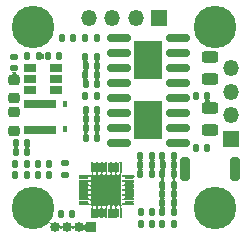
<source format=gbr>
%TF.GenerationSoftware,KiCad,Pcbnew,(6.0.7)*%
%TF.CreationDate,2024-01-02T21:25:37+08:00*%
%TF.ProjectId,stepper-motor-20,73746570-7065-4722-9d6d-6f746f722d32,1*%
%TF.SameCoordinates,PX6979f40PYa1135a0*%
%TF.FileFunction,Soldermask,Top*%
%TF.FilePolarity,Negative*%
%FSLAX46Y46*%
G04 Gerber Fmt 4.6, Leading zero omitted, Abs format (unit mm)*
G04 Created by KiCad (PCBNEW (6.0.7)) date 2024-01-02 21:25:37*
%MOMM*%
%LPD*%
G01*
G04 APERTURE LIST*
G04 Aperture macros list*
%AMRoundRect*
0 Rectangle with rounded corners*
0 $1 Rounding radius*
0 $2 $3 $4 $5 $6 $7 $8 $9 X,Y pos of 4 corners*
0 Add a 4 corners polygon primitive as box body*
4,1,4,$2,$3,$4,$5,$6,$7,$8,$9,$2,$3,0*
0 Add four circle primitives for the rounded corners*
1,1,$1+$1,$2,$3*
1,1,$1+$1,$4,$5*
1,1,$1+$1,$6,$7*
1,1,$1+$1,$8,$9*
0 Add four rect primitives between the rounded corners*
20,1,$1+$1,$2,$3,$4,$5,0*
20,1,$1+$1,$4,$5,$6,$7,0*
20,1,$1+$1,$6,$7,$8,$9,0*
20,1,$1+$1,$8,$9,$2,$3,0*%
G04 Aperture macros list end*
%ADD10RoundRect,0.147500X0.147500X0.172500X-0.147500X0.172500X-0.147500X-0.172500X0.147500X-0.172500X0*%
%ADD11RoundRect,0.147500X-0.147500X-0.172500X0.147500X-0.172500X0.147500X0.172500X-0.147500X0.172500X0*%
%ADD12RoundRect,0.147500X-0.172500X0.147500X-0.172500X-0.147500X0.172500X-0.147500X0.172500X0.147500X0*%
%ADD13RoundRect,0.140000X-0.140000X-0.170000X0.140000X-0.170000X0.140000X0.170000X-0.140000X0.170000X0*%
%ADD14RoundRect,0.140000X0.140000X0.170000X-0.140000X0.170000X-0.140000X-0.170000X0.140000X-0.170000X0*%
%ADD15RoundRect,0.225000X-0.250000X0.225000X-0.250000X-0.225000X0.250000X-0.225000X0.250000X0.225000X0*%
%ADD16R,0.450000X0.600000*%
%ADD17C,0.600000*%
%ADD18C,3.600000*%
%ADD19R,0.850000X0.850000*%
%ADD20O,0.850000X0.850000*%
%ADD21R,1.350000X1.350000*%
%ADD22O,1.350000X1.350000*%
%ADD23R,2.700000X0.800000*%
%ADD24RoundRect,0.243750X0.456250X-0.243750X0.456250X0.243750X-0.456250X0.243750X-0.456250X-0.243750X0*%
%ADD25RoundRect,0.147500X0.172500X-0.147500X0.172500X0.147500X-0.172500X0.147500X-0.172500X-0.147500X0*%
%ADD26RoundRect,0.050000X0.387500X0.050000X-0.387500X0.050000X-0.387500X-0.050000X0.387500X-0.050000X0*%
%ADD27RoundRect,0.050000X0.050000X0.387500X-0.050000X0.387500X-0.050000X-0.387500X0.050000X-0.387500X0*%
%ADD28R,2.600000X2.600000*%
%ADD29RoundRect,0.150000X-0.825000X-0.150000X0.825000X-0.150000X0.825000X0.150000X-0.825000X0.150000X0*%
%ADD30R,2.410000X3.300000*%
%ADD31R,1.060000X0.650000*%
%ADD32RoundRect,0.135000X-0.135000X-0.185000X0.135000X-0.185000X0.135000X0.185000X-0.135000X0.185000X0*%
%ADD33RoundRect,0.200000X-0.200000X-0.800000X0.200000X-0.800000X0.200000X0.800000X-0.200000X0.800000X0*%
%ADD34RoundRect,0.135000X0.135000X0.185000X-0.135000X0.185000X-0.135000X-0.185000X0.135000X-0.185000X0*%
%ADD35RoundRect,0.225000X0.250000X-0.225000X0.250000X0.225000X-0.250000X0.225000X-0.250000X-0.225000X0*%
G04 APERTURE END LIST*
D10*
%TO.C,C3*%
X14224000Y1981200D03*
X13254000Y1981200D03*
%TD*%
D11*
%TO.C,C4*%
X6728600Y11836400D03*
X7698600Y11836400D03*
%TD*%
%TO.C,C5*%
X4645800Y1828800D03*
X5615800Y1828800D03*
%TD*%
D12*
%TO.C,C6*%
X4978400Y6123800D03*
X4978400Y5153800D03*
%TD*%
D11*
%TO.C,C7*%
X11402200Y1016000D03*
X12372200Y1016000D03*
%TD*%
%TO.C,C8*%
X13254000Y4318000D03*
X14224000Y4318000D03*
%TD*%
D10*
%TO.C,C9*%
X14201000Y1016000D03*
X13231000Y1016000D03*
%TD*%
D11*
%TO.C,C10*%
X4747400Y16764000D03*
X5717400Y16764000D03*
%TD*%
D13*
%TO.C,C12*%
X6754200Y9906000D03*
X7714200Y9906000D03*
%TD*%
%TO.C,C16*%
X6756600Y8280400D03*
X7716600Y8280400D03*
%TD*%
D14*
%TO.C,C19*%
X17040800Y7416800D03*
X16080800Y7416800D03*
%TD*%
%TO.C,C20*%
X17040800Y11785600D03*
X16080800Y11785600D03*
%TD*%
D15*
%TO.C,C24*%
X711200Y10444600D03*
X711200Y8894600D03*
%TD*%
D14*
%TO.C,C26*%
X14219000Y5943600D03*
X13259000Y5943600D03*
%TD*%
D11*
%TO.C,D1*%
X808000Y5159000D03*
X1778000Y5159000D03*
%TD*%
%TO.C,D2*%
X808000Y6096000D03*
X1778000Y6096000D03*
%TD*%
D16*
%TO.C,D3*%
X5029200Y11159200D03*
X5029200Y9059200D03*
%TD*%
D17*
%TO.C,H1*%
X16582400Y3265200D03*
X17700000Y3773200D03*
X17700000Y826800D03*
X19173200Y2300000D03*
X18665200Y1182400D03*
X18665200Y3417600D03*
X16633200Y1284000D03*
X16226800Y2300000D03*
D18*
X17700000Y2300000D03*
%TD*%
D17*
%TO.C,H2*%
X2300000Y19173200D03*
X3265200Y16582400D03*
D18*
X2300000Y17700000D03*
D17*
X2300000Y16226800D03*
X3773200Y17700000D03*
X826800Y17700000D03*
X1233200Y16684000D03*
X3265200Y18817600D03*
X1182400Y18665200D03*
%TD*%
D18*
%TO.C,H3*%
X17700000Y17700000D03*
D17*
X18665200Y16582400D03*
X18665200Y18817600D03*
X16633200Y16684000D03*
X16226800Y17700000D03*
X17700000Y16226800D03*
X16582400Y18665200D03*
X17700000Y19173200D03*
X19173200Y17700000D03*
%TD*%
D19*
%TO.C,J2*%
X7162800Y711200D03*
D20*
X6162800Y711200D03*
X5162800Y711200D03*
X4162800Y711200D03*
%TD*%
D21*
%TO.C,J3*%
X19050000Y8176000D03*
D22*
X19050000Y10176000D03*
X19050000Y12176000D03*
X19050000Y14176000D03*
%TD*%
D23*
%TO.C,L1*%
X2844800Y11125200D03*
X2844800Y8925200D03*
%TD*%
D11*
%TO.C,R2*%
X2671000Y6096000D03*
X3641000Y6096000D03*
%TD*%
D10*
%TO.C,R3*%
X14224000Y2758200D03*
X13254000Y2758200D03*
%TD*%
D11*
%TO.C,R4*%
X11402200Y1981200D03*
X12372200Y1981200D03*
%TD*%
%TO.C,R5*%
X13254000Y3530000D03*
X14224000Y3530000D03*
%TD*%
%TO.C,R7*%
X6751600Y10668000D03*
X7721600Y10668000D03*
%TD*%
%TO.C,R9*%
X6751600Y9093200D03*
X7721600Y9093200D03*
%TD*%
D24*
%TO.C,R10*%
X17272000Y13286500D03*
X17272000Y15161500D03*
%TD*%
%TO.C,R11*%
X17272000Y8968500D03*
X17272000Y10843500D03*
%TD*%
D25*
%TO.C,R12*%
X711200Y14163000D03*
X711200Y15133000D03*
%TD*%
D11*
%TO.C,R13*%
X1801000Y15189200D03*
X2771000Y15189200D03*
%TD*%
%TO.C,R14*%
X3528200Y15189200D03*
X4498200Y15189200D03*
%TD*%
D10*
%TO.C,R15*%
X14224000Y6705600D03*
X13254000Y6705600D03*
%TD*%
%TO.C,R18*%
X7698600Y16764000D03*
X6728600Y16764000D03*
%TD*%
D11*
%TO.C,R19*%
X835800Y7874000D03*
X1805800Y7874000D03*
%TD*%
D26*
%TO.C,U2*%
X10446500Y2660800D03*
X10446500Y3060800D03*
X10446500Y3460800D03*
X10446500Y3860800D03*
X10446500Y4260800D03*
X10446500Y4660800D03*
X10446500Y5060800D03*
D27*
X9709000Y5798300D03*
X9309000Y5798300D03*
X8909000Y5798300D03*
X8509000Y5798300D03*
X8109000Y5798300D03*
X7709000Y5798300D03*
X7309000Y5798300D03*
D26*
X6571500Y5060800D03*
X6571500Y4660800D03*
X6571500Y4260800D03*
X6571500Y3860800D03*
X6571500Y3460800D03*
X6571500Y3060800D03*
X6571500Y2660800D03*
D27*
X7309000Y1923300D03*
X7709000Y1923300D03*
X8109000Y1923300D03*
X8509000Y1923300D03*
X8909000Y1923300D03*
X9309000Y1923300D03*
X9709000Y1923300D03*
D28*
X8509000Y3860800D03*
%TD*%
D29*
%TO.C,U3*%
X9588000Y16764000D03*
X9588000Y15494000D03*
X9588000Y14224000D03*
X9588000Y12954000D03*
X14538000Y12954000D03*
X14538000Y14224000D03*
X14538000Y15494000D03*
X14538000Y16764000D03*
D30*
X12063000Y14859000D03*
%TD*%
D29*
%TO.C,U4*%
X9590000Y11684000D03*
X9590000Y10414000D03*
X9590000Y9144000D03*
X9590000Y7874000D03*
X14540000Y7874000D03*
X14540000Y9144000D03*
X14540000Y10414000D03*
X14540000Y11684000D03*
D30*
X12065000Y9779000D03*
%TD*%
D31*
%TO.C,U5*%
X4275000Y12326400D03*
X4275000Y13276400D03*
X4275000Y14226400D03*
X2075000Y14226400D03*
X2075000Y13276400D03*
X2075000Y12326400D03*
%TD*%
D17*
%TO.C,H4*%
X3265200Y3417600D03*
X1182400Y3265200D03*
X826800Y2300000D03*
X3773200Y2300000D03*
X2300000Y826800D03*
X3265200Y1182400D03*
X2300000Y3773200D03*
D18*
X2300000Y2300000D03*
D17*
X1233200Y1284000D03*
%TD*%
D10*
%TO.C,R16*%
X14224000Y5181600D03*
X13254000Y5181600D03*
%TD*%
D32*
%TO.C,R17*%
X11377200Y5181600D03*
X12397200Y5181600D03*
%TD*%
D11*
%TO.C,R1*%
X2671000Y5159000D03*
X3641000Y5159000D03*
%TD*%
D10*
%TO.C,R20*%
X1805800Y7061200D03*
X835800Y7061200D03*
%TD*%
D11*
%TO.C,R6*%
X6731000Y15113000D03*
X7701000Y15113000D03*
%TD*%
D21*
%TO.C,J1*%
X13000000Y18449200D03*
D22*
X11000000Y18449200D03*
X9000000Y18449200D03*
X7000000Y18449200D03*
%TD*%
D11*
%TO.C,R8*%
X6731000Y13589000D03*
X7701000Y13589000D03*
%TD*%
D13*
%TO.C,C15*%
X6736000Y12827000D03*
X7696000Y12827000D03*
%TD*%
%TO.C,C11*%
X6736000Y14351000D03*
X7696000Y14351000D03*
%TD*%
D33*
%TO.C,SW1*%
X15172000Y5638800D03*
X19372000Y5638800D03*
%TD*%
D13*
%TO.C,C27*%
X11387200Y5943600D03*
X12347200Y5943600D03*
%TD*%
D34*
%TO.C,NTC1*%
X12397200Y6705600D03*
X11377200Y6705600D03*
%TD*%
D35*
%TO.C,C23*%
X711200Y11637800D03*
X711200Y13187800D03*
%TD*%
G36*
X6738970Y1022111D02*
G01*
X6739800Y1020489D01*
X6739800Y401914D01*
X6738800Y400182D01*
X6736800Y400182D01*
X6735881Y401351D01*
X6716205Y468363D01*
X6663862Y513718D01*
X6595309Y523575D01*
X6532132Y494723D01*
X6518278Y480018D01*
X6516362Y479443D01*
X6514906Y480814D01*
X6515040Y482297D01*
X6565074Y580495D01*
X6585775Y711200D01*
X6565074Y841905D01*
X6514183Y941783D01*
X6514288Y943780D01*
X6516070Y944688D01*
X6517144Y944306D01*
X6571219Y904821D01*
X6640354Y900702D01*
X6700742Y934615D01*
X6733301Y995965D01*
X6735810Y1020691D01*
X6736980Y1022313D01*
X6738970Y1022111D01*
G37*
G36*
X5519579Y939932D02*
G01*
X5531514Y924378D01*
X5531775Y923925D01*
X5549054Y882209D01*
X5592699Y828050D01*
X5658414Y806178D01*
X5725520Y823306D01*
X5772186Y873430D01*
X5774098Y874016D01*
X5775562Y872653D01*
X5775432Y871159D01*
X5760526Y841905D01*
X5739825Y711200D01*
X5760526Y580495D01*
X5809390Y484594D01*
X5809285Y482597D01*
X5807503Y481689D01*
X5806021Y482468D01*
X5794086Y498022D01*
X5793825Y498475D01*
X5776546Y540191D01*
X5732901Y594350D01*
X5667186Y616222D01*
X5600080Y599094D01*
X5553414Y548970D01*
X5551502Y548384D01*
X5550038Y549747D01*
X5550168Y551241D01*
X5565074Y580495D01*
X5585775Y711200D01*
X5565074Y841905D01*
X5516210Y937806D01*
X5516315Y939803D01*
X5518097Y940711D01*
X5519579Y939932D01*
G37*
G36*
X4519579Y939932D02*
G01*
X4531514Y924378D01*
X4531775Y923925D01*
X4549054Y882209D01*
X4592699Y828050D01*
X4658414Y806178D01*
X4725520Y823306D01*
X4772186Y873430D01*
X4774098Y874016D01*
X4775562Y872653D01*
X4775432Y871159D01*
X4760526Y841905D01*
X4739825Y711200D01*
X4760526Y580495D01*
X4809390Y484594D01*
X4809285Y482597D01*
X4807503Y481689D01*
X4806021Y482468D01*
X4794086Y498022D01*
X4793825Y498475D01*
X4776546Y540191D01*
X4732901Y594350D01*
X4667186Y616222D01*
X4600080Y599094D01*
X4553414Y548970D01*
X4551502Y548384D01*
X4550038Y549747D01*
X4550168Y551241D01*
X4565074Y580495D01*
X4585775Y711200D01*
X4565074Y841905D01*
X4516210Y937806D01*
X4516315Y939803D01*
X4518097Y940711D01*
X4519579Y939932D01*
G37*
G36*
X3823759Y1348920D02*
G01*
X3823678Y1346946D01*
X3757671Y1241108D01*
X3757505Y1240879D01*
X3753061Y1235591D01*
X3725117Y1171891D01*
X3736002Y1103495D01*
X3782138Y1051839D01*
X3848876Y1033327D01*
X3906715Y1051258D01*
X3908665Y1050816D01*
X3909257Y1048906D01*
X3908721Y1047934D01*
X3820607Y959820D01*
X3780031Y880185D01*
X3778354Y879096D01*
X3776572Y880004D01*
X3776401Y881858D01*
X3785419Y903628D01*
X3792854Y972791D01*
X3761854Y1034720D01*
X3702291Y1070061D01*
X3632990Y1067586D01*
X3589676Y1042448D01*
X3578792Y1032700D01*
X3576835Y1032290D01*
X3575501Y1033779D01*
X3575954Y1035509D01*
X3735944Y1217943D01*
X3820299Y1349086D01*
X3822077Y1350002D01*
X3823759Y1348920D01*
G37*
G36*
X7807488Y2326385D02*
G01*
X7859944Y2282546D01*
X7928660Y2273913D01*
X7991290Y2303878D01*
X8010190Y2325689D01*
X8012080Y2326343D01*
X8013591Y2325033D01*
X8013663Y2323989D01*
X8011000Y2310601D01*
X8011000Y1535999D01*
X8013757Y1522140D01*
X8013114Y1520246D01*
X8011152Y1519856D01*
X8010512Y1520215D01*
X7958056Y1564054D01*
X7889340Y1572687D01*
X7826710Y1542722D01*
X7807810Y1520911D01*
X7805920Y1520257D01*
X7804409Y1521567D01*
X7804337Y1522611D01*
X7807000Y1535999D01*
X7807000Y2310601D01*
X7804243Y2324460D01*
X7804886Y2326354D01*
X7806848Y2326744D01*
X7807488Y2326385D01*
G37*
G36*
X8207488Y2326385D02*
G01*
X8259944Y2282546D01*
X8328660Y2273913D01*
X8391290Y2303878D01*
X8410190Y2325689D01*
X8412080Y2326343D01*
X8413591Y2325033D01*
X8413663Y2323989D01*
X8411000Y2310601D01*
X8411000Y1535999D01*
X8413757Y1522140D01*
X8413114Y1520246D01*
X8411152Y1519856D01*
X8410512Y1520215D01*
X8358056Y1564054D01*
X8289340Y1572687D01*
X8226710Y1542722D01*
X8207810Y1520911D01*
X8205920Y1520257D01*
X8204409Y1521567D01*
X8204337Y1522611D01*
X8207000Y1535999D01*
X8207000Y2310601D01*
X8204243Y2324460D01*
X8204886Y2326354D01*
X8206848Y2326744D01*
X8207488Y2326385D01*
G37*
G36*
X7407488Y2326385D02*
G01*
X7459944Y2282546D01*
X7528660Y2273913D01*
X7591290Y2303878D01*
X7610190Y2325689D01*
X7612080Y2326343D01*
X7613591Y2325033D01*
X7613663Y2323989D01*
X7611000Y2310601D01*
X7611000Y1535999D01*
X7613757Y1522140D01*
X7613114Y1520246D01*
X7611152Y1519856D01*
X7610512Y1520215D01*
X7558056Y1564054D01*
X7489340Y1572687D01*
X7426710Y1542722D01*
X7407810Y1520911D01*
X7405920Y1520257D01*
X7404409Y1521567D01*
X7404337Y1522611D01*
X7407000Y1535999D01*
X7407000Y2310601D01*
X7404243Y2324460D01*
X7404886Y2326354D01*
X7406848Y2326744D01*
X7407488Y2326385D01*
G37*
G36*
X9007488Y2326385D02*
G01*
X9059944Y2282546D01*
X9128660Y2273913D01*
X9191290Y2303878D01*
X9210190Y2325689D01*
X9212080Y2326343D01*
X9213591Y2325033D01*
X9213663Y2323989D01*
X9211000Y2310601D01*
X9211000Y1535999D01*
X9213757Y1522140D01*
X9213114Y1520246D01*
X9211152Y1519856D01*
X9210512Y1520215D01*
X9158056Y1564054D01*
X9089340Y1572687D01*
X9026710Y1542722D01*
X9007810Y1520911D01*
X9005920Y1520257D01*
X9004409Y1521567D01*
X9004337Y1522611D01*
X9007000Y1535999D01*
X9007000Y2310601D01*
X9004243Y2324460D01*
X9004886Y2326354D01*
X9006848Y2326744D01*
X9007488Y2326385D01*
G37*
G36*
X9407488Y2326385D02*
G01*
X9459944Y2282546D01*
X9528660Y2273913D01*
X9591290Y2303878D01*
X9610190Y2325689D01*
X9612080Y2326343D01*
X9613591Y2325033D01*
X9613663Y2323989D01*
X9611000Y2310601D01*
X9611000Y1535999D01*
X9613757Y1522140D01*
X9613114Y1520246D01*
X9611152Y1519856D01*
X9610512Y1520215D01*
X9558056Y1564054D01*
X9489340Y1572687D01*
X9426710Y1542722D01*
X9407810Y1520911D01*
X9405920Y1520257D01*
X9404409Y1521567D01*
X9404337Y1522611D01*
X9407000Y1535999D01*
X9407000Y2310601D01*
X9404243Y2324460D01*
X9404886Y2326354D01*
X9406848Y2326744D01*
X9407488Y2326385D01*
G37*
G36*
X8607488Y2326385D02*
G01*
X8659944Y2282546D01*
X8728660Y2273913D01*
X8791290Y2303878D01*
X8810190Y2325689D01*
X8812080Y2326343D01*
X8813591Y2325033D01*
X8813663Y2323989D01*
X8811000Y2310601D01*
X8811000Y1535999D01*
X8813757Y1522140D01*
X8813114Y1520246D01*
X8811152Y1519856D01*
X8810512Y1520215D01*
X8758056Y1564054D01*
X8689340Y1572687D01*
X8626710Y1542722D01*
X8607810Y1520911D01*
X8605920Y1520257D01*
X8604409Y1521567D01*
X8604337Y1522611D01*
X8607000Y1535999D01*
X8607000Y2310601D01*
X8604243Y2324460D01*
X8604886Y2326354D01*
X8606848Y2326744D01*
X8607488Y2326385D01*
G37*
G36*
X13486377Y2467223D02*
G01*
X13485916Y2465809D01*
X13446593Y2418755D01*
X13437962Y2350039D01*
X13467926Y2287409D01*
X13476594Y2279898D01*
X13477248Y2278008D01*
X13475938Y2276497D01*
X13474173Y2276724D01*
X13457167Y2288087D01*
X13401301Y2299200D01*
X13106699Y2299200D01*
X13050833Y2288087D01*
X13024730Y2270645D01*
X13022734Y2270514D01*
X13021623Y2272177D01*
X13022084Y2273591D01*
X13061407Y2320645D01*
X13070038Y2389361D01*
X13040074Y2451991D01*
X13031406Y2459502D01*
X13030752Y2461392D01*
X13032062Y2462903D01*
X13033827Y2462676D01*
X13050833Y2451313D01*
X13106699Y2440200D01*
X13401301Y2440200D01*
X13457167Y2451313D01*
X13483270Y2468755D01*
X13485266Y2468886D01*
X13486377Y2467223D01*
G37*
G36*
X14456377Y2467223D02*
G01*
X14455916Y2465809D01*
X14416593Y2418755D01*
X14407962Y2350039D01*
X14437926Y2287409D01*
X14446594Y2279898D01*
X14447248Y2278008D01*
X14445938Y2276497D01*
X14444173Y2276724D01*
X14427167Y2288087D01*
X14371301Y2299200D01*
X14076699Y2299200D01*
X14020833Y2288087D01*
X13994730Y2270645D01*
X13992734Y2270514D01*
X13991623Y2272177D01*
X13992084Y2273591D01*
X14031407Y2320645D01*
X14040038Y2389361D01*
X14010074Y2451991D01*
X14001406Y2459502D01*
X14000752Y2461392D01*
X14002062Y2462903D01*
X14003827Y2462676D01*
X14020833Y2451313D01*
X14076699Y2440200D01*
X14371301Y2440200D01*
X14427167Y2451313D01*
X14453270Y2468755D01*
X14455266Y2468886D01*
X14456377Y2467223D01*
G37*
G36*
X9482588Y2561800D02*
G01*
X9482588Y2559800D01*
X9481419Y2558881D01*
X9414407Y2539205D01*
X9369052Y2486862D01*
X9359195Y2418309D01*
X9382535Y2367203D01*
X9382345Y2365212D01*
X9381827Y2364709D01*
X9381584Y2364546D01*
X9390801Y2350752D01*
X9390932Y2348756D01*
X9389269Y2347645D01*
X9388027Y2347978D01*
X9377355Y2355109D01*
X9358801Y2358800D01*
X9259199Y2358800D01*
X9240645Y2355109D01*
X9229973Y2347978D01*
X9227977Y2347847D01*
X9226866Y2349510D01*
X9227199Y2350752D01*
X9236416Y2364546D01*
X9234977Y2365508D01*
X9234092Y2367302D01*
X9234553Y2368453D01*
X9249845Y2386752D01*
X9258472Y2455470D01*
X9228578Y2517943D01*
X9169514Y2554424D01*
X9136881Y2558818D01*
X9135298Y2560040D01*
X9135565Y2562022D01*
X9137148Y2562800D01*
X9480856Y2562800D01*
X9482588Y2561800D01*
G37*
G36*
X8682588Y2561800D02*
G01*
X8682588Y2559800D01*
X8681419Y2558881D01*
X8614407Y2539205D01*
X8569052Y2486862D01*
X8559195Y2418309D01*
X8582535Y2367203D01*
X8582345Y2365212D01*
X8581827Y2364709D01*
X8581584Y2364546D01*
X8590801Y2350752D01*
X8590932Y2348756D01*
X8589269Y2347645D01*
X8588027Y2347978D01*
X8577355Y2355109D01*
X8558801Y2358800D01*
X8459199Y2358800D01*
X8440645Y2355109D01*
X8429973Y2347978D01*
X8427977Y2347847D01*
X8426866Y2349510D01*
X8427199Y2350752D01*
X8436416Y2364546D01*
X8434978Y2365507D01*
X8434093Y2367301D01*
X8434554Y2368453D01*
X8449838Y2386739D01*
X8458474Y2455454D01*
X8428586Y2517933D01*
X8369530Y2554419D01*
X8337007Y2558800D01*
X8281147Y2558800D01*
X8214408Y2539204D01*
X8169053Y2486861D01*
X8159196Y2418308D01*
X8182535Y2367203D01*
X8182345Y2365212D01*
X8181827Y2364709D01*
X8181584Y2364546D01*
X8190801Y2350752D01*
X8190932Y2348756D01*
X8189269Y2347645D01*
X8188027Y2347978D01*
X8177355Y2355109D01*
X8158801Y2358800D01*
X8059199Y2358800D01*
X8040645Y2355109D01*
X8029973Y2347978D01*
X8027977Y2347847D01*
X8026866Y2349510D01*
X8027199Y2350752D01*
X8036416Y2364546D01*
X8034978Y2365507D01*
X8034093Y2367301D01*
X8034554Y2368453D01*
X8049838Y2386739D01*
X8058474Y2455454D01*
X8028586Y2517933D01*
X7969530Y2554419D01*
X7937007Y2558800D01*
X7881147Y2558800D01*
X7814408Y2539204D01*
X7769053Y2486861D01*
X7759196Y2418308D01*
X7782535Y2367203D01*
X7782345Y2365212D01*
X7781827Y2364709D01*
X7781584Y2364546D01*
X7790801Y2350752D01*
X7790932Y2348756D01*
X7789269Y2347645D01*
X7788027Y2347978D01*
X7777355Y2355109D01*
X7758801Y2358800D01*
X7659199Y2358800D01*
X7640645Y2355109D01*
X7629973Y2347978D01*
X7627977Y2347847D01*
X7626866Y2349510D01*
X7627199Y2350752D01*
X7636416Y2364546D01*
X7634978Y2365507D01*
X7634093Y2367301D01*
X7634554Y2368453D01*
X7649838Y2386739D01*
X7658474Y2455454D01*
X7628586Y2517933D01*
X7569530Y2554419D01*
X7537007Y2558800D01*
X7481147Y2558800D01*
X7414408Y2539204D01*
X7369053Y2486861D01*
X7359196Y2418308D01*
X7382535Y2367203D01*
X7382345Y2365212D01*
X7381827Y2364709D01*
X7381584Y2364546D01*
X7390801Y2350752D01*
X7390932Y2348756D01*
X7389269Y2347645D01*
X7388027Y2347978D01*
X7377355Y2355109D01*
X7358801Y2358800D01*
X7259199Y2358800D01*
X7240645Y2355109D01*
X7232293Y2349529D01*
X7230297Y2349398D01*
X7229186Y2351061D01*
X7229647Y2352475D01*
X7268973Y2399531D01*
X7277604Y2468247D01*
X7247640Y2530876D01*
X7224498Y2550927D01*
X7212211Y2559137D01*
X7211326Y2560931D01*
X7212437Y2562594D01*
X7213322Y2562800D01*
X8680856Y2562800D01*
X8682588Y2561800D01*
G37*
G36*
X9082588Y2561800D02*
G01*
X9082588Y2559800D01*
X9081419Y2558881D01*
X9014407Y2539205D01*
X8969052Y2486862D01*
X8959195Y2418309D01*
X8982535Y2367203D01*
X8982345Y2365212D01*
X8981827Y2364709D01*
X8981584Y2364546D01*
X8990801Y2350752D01*
X8990932Y2348756D01*
X8989269Y2347645D01*
X8988027Y2347978D01*
X8977355Y2355109D01*
X8958801Y2358800D01*
X8859199Y2358800D01*
X8840645Y2355109D01*
X8829973Y2347978D01*
X8827977Y2347847D01*
X8826866Y2349510D01*
X8827199Y2350752D01*
X8836416Y2364546D01*
X8834977Y2365508D01*
X8834092Y2367302D01*
X8834553Y2368453D01*
X8849845Y2386752D01*
X8858472Y2455470D01*
X8828578Y2517943D01*
X8769514Y2554424D01*
X8736881Y2558818D01*
X8735298Y2560040D01*
X8735565Y2562022D01*
X8737148Y2562800D01*
X9080856Y2562800D01*
X9082588Y2561800D01*
G37*
G36*
X9806410Y2561800D02*
G01*
X9806410Y2559800D01*
X9805789Y2559137D01*
X9793635Y2551016D01*
X9749027Y2497640D01*
X9740395Y2428925D01*
X9770360Y2366294D01*
X9779321Y2358529D01*
X9779975Y2356639D01*
X9778665Y2355128D01*
X9777621Y2355056D01*
X9758801Y2358800D01*
X9659199Y2358800D01*
X9640645Y2355109D01*
X9629973Y2347978D01*
X9627977Y2347847D01*
X9626866Y2349510D01*
X9627199Y2350752D01*
X9636416Y2364546D01*
X9634977Y2365508D01*
X9634092Y2367302D01*
X9634553Y2368453D01*
X9649845Y2386752D01*
X9658472Y2455470D01*
X9628578Y2517943D01*
X9569514Y2554424D01*
X9536881Y2558818D01*
X9535298Y2560040D01*
X9535565Y2562022D01*
X9537148Y2562800D01*
X9804678Y2562800D01*
X9806410Y2561800D01*
G37*
G36*
X9810919Y2833222D02*
G01*
X9830596Y2766208D01*
X9882939Y2720853D01*
X9951492Y2710996D01*
X10002597Y2734335D01*
X10004588Y2734145D01*
X10005091Y2733627D01*
X10005254Y2733384D01*
X10019048Y2742601D01*
X10021044Y2742732D01*
X10022155Y2741069D01*
X10021822Y2739827D01*
X10014691Y2729155D01*
X10011000Y2710601D01*
X10011000Y2610999D01*
X10014691Y2592445D01*
X10020271Y2584093D01*
X10020402Y2582097D01*
X10018739Y2580986D01*
X10017325Y2581447D01*
X9970269Y2620773D01*
X9901553Y2629404D01*
X9838924Y2599440D01*
X9818873Y2576298D01*
X9810663Y2564011D01*
X9808869Y2563126D01*
X9807206Y2564237D01*
X9807000Y2565122D01*
X9807000Y2832659D01*
X9808000Y2834391D01*
X9810000Y2834391D01*
X9810919Y2833222D01*
G37*
G36*
X7210222Y2834235D02*
G01*
X7211000Y2832652D01*
X7211000Y2565122D01*
X7210000Y2563390D01*
X7208000Y2563390D01*
X7207337Y2564011D01*
X7199216Y2576165D01*
X7145840Y2620773D01*
X7077125Y2629405D01*
X7014494Y2599440D01*
X7006729Y2590479D01*
X7004839Y2589825D01*
X7003328Y2591135D01*
X7003256Y2592179D01*
X7007000Y2610999D01*
X7007000Y2710601D01*
X7003309Y2729155D01*
X6996178Y2739827D01*
X6996047Y2741823D01*
X6997710Y2742934D01*
X6998952Y2742601D01*
X7012746Y2733384D01*
X7013708Y2734823D01*
X7015502Y2735708D01*
X7016653Y2735247D01*
X7034952Y2719955D01*
X7103670Y2711328D01*
X7166143Y2741222D01*
X7202624Y2800286D01*
X7207018Y2832919D01*
X7208240Y2834502D01*
X7210222Y2834235D01*
G37*
G36*
X6974554Y2964914D02*
G01*
X6974944Y2962952D01*
X6974585Y2962312D01*
X6930746Y2909856D01*
X6922113Y2841140D01*
X6952078Y2778510D01*
X6973889Y2759610D01*
X6974543Y2757720D01*
X6973233Y2756209D01*
X6972189Y2756137D01*
X6958801Y2758800D01*
X6184199Y2758800D01*
X6170340Y2756043D01*
X6168446Y2756686D01*
X6168056Y2758648D01*
X6168415Y2759288D01*
X6212254Y2811744D01*
X6220887Y2880460D01*
X6190922Y2943090D01*
X6169111Y2961990D01*
X6168457Y2963880D01*
X6169767Y2965391D01*
X6170811Y2965463D01*
X6184199Y2962800D01*
X6958801Y2962800D01*
X6972660Y2965557D01*
X6974554Y2964914D01*
G37*
G36*
X10849554Y2964914D02*
G01*
X10849944Y2962952D01*
X10849585Y2962312D01*
X10805746Y2909856D01*
X10797113Y2841140D01*
X10827078Y2778510D01*
X10848889Y2759610D01*
X10849543Y2757720D01*
X10848233Y2756209D01*
X10847189Y2756137D01*
X10833801Y2758800D01*
X10059199Y2758800D01*
X10045340Y2756043D01*
X10043446Y2756686D01*
X10043056Y2758648D01*
X10043415Y2759288D01*
X10087254Y2811744D01*
X10095887Y2880460D01*
X10065922Y2943090D01*
X10044111Y2961990D01*
X10043457Y2963880D01*
X10044767Y2965391D01*
X10045811Y2965463D01*
X10059199Y2962800D01*
X10833801Y2962800D01*
X10847660Y2965557D01*
X10849554Y2964914D01*
G37*
G36*
X9810919Y3233222D02*
G01*
X9830596Y3166208D01*
X9882939Y3120853D01*
X9951492Y3110996D01*
X10002597Y3134335D01*
X10004588Y3134145D01*
X10005091Y3133627D01*
X10005254Y3133384D01*
X10019048Y3142601D01*
X10021044Y3142732D01*
X10022155Y3141069D01*
X10021822Y3139827D01*
X10014691Y3129155D01*
X10011000Y3110601D01*
X10011000Y3010999D01*
X10014691Y2992445D01*
X10021822Y2981773D01*
X10021953Y2979777D01*
X10020290Y2978666D01*
X10019048Y2978999D01*
X10005254Y2988216D01*
X10004293Y2986778D01*
X10002499Y2985893D01*
X10001347Y2986354D01*
X9983061Y3001638D01*
X9914346Y3010274D01*
X9851867Y2980386D01*
X9815381Y2921330D01*
X9810982Y2888674D01*
X9809760Y2887091D01*
X9807778Y2887358D01*
X9807000Y2888941D01*
X9807000Y3232659D01*
X9808000Y3234391D01*
X9810000Y3234391D01*
X9810919Y3233222D01*
G37*
G36*
X7210222Y3234235D02*
G01*
X7211000Y3232652D01*
X7211000Y2888944D01*
X7210000Y2887212D01*
X7208000Y2887212D01*
X7207081Y2888381D01*
X7187405Y2955393D01*
X7135062Y3000748D01*
X7066509Y3010605D01*
X7015403Y2987265D01*
X7013412Y2987455D01*
X7012909Y2987973D01*
X7012746Y2988216D01*
X6998952Y2978999D01*
X6996956Y2978868D01*
X6995845Y2980531D01*
X6996178Y2981773D01*
X7003309Y2992445D01*
X7007000Y3010999D01*
X7007000Y3110601D01*
X7003309Y3129155D01*
X6996178Y3139827D01*
X6996047Y3141823D01*
X6997710Y3142934D01*
X6998952Y3142601D01*
X7012746Y3133384D01*
X7013708Y3134823D01*
X7015502Y3135708D01*
X7016653Y3135247D01*
X7034952Y3119955D01*
X7103670Y3111328D01*
X7166143Y3141222D01*
X7202624Y3200286D01*
X7207018Y3232919D01*
X7208240Y3234502D01*
X7210222Y3234235D01*
G37*
G36*
X14460270Y3241624D02*
G01*
X14459809Y3240210D01*
X14420484Y3193155D01*
X14411852Y3124440D01*
X14441817Y3061809D01*
X14450486Y3054297D01*
X14451140Y3052407D01*
X14449830Y3050896D01*
X14448065Y3051123D01*
X14427167Y3065087D01*
X14371301Y3076200D01*
X14076699Y3076200D01*
X14020833Y3065087D01*
X13990837Y3045044D01*
X13988841Y3044913D01*
X13987730Y3046576D01*
X13988191Y3047990D01*
X14027516Y3095045D01*
X14036148Y3163760D01*
X14006183Y3226391D01*
X13997514Y3233903D01*
X13996860Y3235793D01*
X13998170Y3237304D01*
X13999935Y3237077D01*
X14020833Y3223113D01*
X14076699Y3212000D01*
X14371301Y3212000D01*
X14427167Y3223113D01*
X14457163Y3243156D01*
X14459159Y3243287D01*
X14460270Y3241624D01*
G37*
G36*
X13490270Y3241624D02*
G01*
X13489809Y3240210D01*
X13450484Y3193155D01*
X13441852Y3124440D01*
X13471817Y3061809D01*
X13480486Y3054297D01*
X13481140Y3052407D01*
X13479830Y3050896D01*
X13478065Y3051123D01*
X13457167Y3065087D01*
X13401301Y3076200D01*
X13106699Y3076200D01*
X13050833Y3065087D01*
X13020837Y3045044D01*
X13018841Y3044913D01*
X13017730Y3046576D01*
X13018191Y3047990D01*
X13057516Y3095045D01*
X13066148Y3163760D01*
X13036183Y3226391D01*
X13027514Y3233903D01*
X13026860Y3235793D01*
X13028170Y3237304D01*
X13029935Y3237077D01*
X13050833Y3223113D01*
X13106699Y3212000D01*
X13401301Y3212000D01*
X13457167Y3223113D01*
X13487163Y3243156D01*
X13489159Y3243287D01*
X13490270Y3241624D01*
G37*
G36*
X6974554Y3364914D02*
G01*
X6974944Y3362952D01*
X6974585Y3362312D01*
X6930746Y3309856D01*
X6922113Y3241140D01*
X6952078Y3178510D01*
X6973889Y3159610D01*
X6974543Y3157720D01*
X6973233Y3156209D01*
X6972189Y3156137D01*
X6958801Y3158800D01*
X6184199Y3158800D01*
X6170340Y3156043D01*
X6168446Y3156686D01*
X6168056Y3158648D01*
X6168415Y3159288D01*
X6212254Y3211744D01*
X6220887Y3280460D01*
X6190922Y3343090D01*
X6169111Y3361990D01*
X6168457Y3363880D01*
X6169767Y3365391D01*
X6170811Y3365463D01*
X6184199Y3362800D01*
X6958801Y3362800D01*
X6972660Y3365557D01*
X6974554Y3364914D01*
G37*
G36*
X10849554Y3364914D02*
G01*
X10849944Y3362952D01*
X10849585Y3362312D01*
X10805746Y3309856D01*
X10797113Y3241140D01*
X10827078Y3178510D01*
X10848889Y3159610D01*
X10849543Y3157720D01*
X10848233Y3156209D01*
X10847189Y3156137D01*
X10833801Y3158800D01*
X10059199Y3158800D01*
X10045340Y3156043D01*
X10043446Y3156686D01*
X10043056Y3158648D01*
X10043415Y3159288D01*
X10087254Y3211744D01*
X10095887Y3280460D01*
X10065922Y3343090D01*
X10044111Y3361990D01*
X10043457Y3363880D01*
X10044767Y3365391D01*
X10045811Y3365463D01*
X10059199Y3362800D01*
X10833801Y3362800D01*
X10847660Y3365557D01*
X10849554Y3364914D01*
G37*
G36*
X9810919Y3633222D02*
G01*
X9830596Y3566208D01*
X9882939Y3520853D01*
X9951492Y3510996D01*
X10002597Y3534335D01*
X10004588Y3534145D01*
X10005091Y3533627D01*
X10005254Y3533384D01*
X10019048Y3542601D01*
X10021044Y3542732D01*
X10022155Y3541069D01*
X10021822Y3539827D01*
X10014691Y3529155D01*
X10011000Y3510601D01*
X10011000Y3410999D01*
X10014691Y3392445D01*
X10021822Y3381773D01*
X10021953Y3379777D01*
X10020290Y3378666D01*
X10019048Y3378999D01*
X10005254Y3388216D01*
X10004293Y3386778D01*
X10002499Y3385893D01*
X10001347Y3386354D01*
X9983061Y3401638D01*
X9914346Y3410274D01*
X9851867Y3380386D01*
X9815381Y3321330D01*
X9810982Y3288674D01*
X9809760Y3287091D01*
X9807778Y3287358D01*
X9807000Y3288941D01*
X9807000Y3632659D01*
X9808000Y3634391D01*
X9810000Y3634391D01*
X9810919Y3633222D01*
G37*
G36*
X7210222Y3634235D02*
G01*
X7211000Y3632652D01*
X7211000Y3288944D01*
X7210000Y3287212D01*
X7208000Y3287212D01*
X7207081Y3288381D01*
X7187405Y3355393D01*
X7135062Y3400748D01*
X7066509Y3410605D01*
X7015403Y3387265D01*
X7013412Y3387455D01*
X7012909Y3387973D01*
X7012746Y3388216D01*
X6998952Y3378999D01*
X6996956Y3378868D01*
X6995845Y3380531D01*
X6996178Y3381773D01*
X7003309Y3392445D01*
X7007000Y3410999D01*
X7007000Y3510601D01*
X7003309Y3529155D01*
X6996178Y3539827D01*
X6996047Y3541823D01*
X6997710Y3542934D01*
X6998952Y3542601D01*
X7012746Y3533384D01*
X7013708Y3534823D01*
X7015502Y3535708D01*
X7016653Y3535247D01*
X7034952Y3519955D01*
X7103670Y3511328D01*
X7166143Y3541222D01*
X7202624Y3600286D01*
X7207018Y3632919D01*
X7208240Y3634502D01*
X7210222Y3634235D01*
G37*
G36*
X6974554Y3764914D02*
G01*
X6974944Y3762952D01*
X6974585Y3762312D01*
X6930746Y3709856D01*
X6922113Y3641140D01*
X6952078Y3578510D01*
X6973889Y3559610D01*
X6974543Y3557720D01*
X6973233Y3556209D01*
X6972189Y3556137D01*
X6958801Y3558800D01*
X6184199Y3558800D01*
X6170340Y3556043D01*
X6168446Y3556686D01*
X6168056Y3558648D01*
X6168415Y3559288D01*
X6212254Y3611744D01*
X6220887Y3680460D01*
X6190922Y3743090D01*
X6169111Y3761990D01*
X6168457Y3763880D01*
X6169767Y3765391D01*
X6170811Y3765463D01*
X6184199Y3762800D01*
X6958801Y3762800D01*
X6972660Y3765557D01*
X6974554Y3764914D01*
G37*
G36*
X10849554Y3764914D02*
G01*
X10849944Y3762952D01*
X10849585Y3762312D01*
X10805746Y3709856D01*
X10797113Y3641140D01*
X10827078Y3578510D01*
X10848889Y3559610D01*
X10849543Y3557720D01*
X10848233Y3556209D01*
X10847189Y3556137D01*
X10833801Y3558800D01*
X10059199Y3558800D01*
X10045340Y3556043D01*
X10043446Y3556686D01*
X10043056Y3558648D01*
X10043415Y3559288D01*
X10087254Y3611744D01*
X10095887Y3680460D01*
X10065922Y3743090D01*
X10044111Y3761990D01*
X10043457Y3763880D01*
X10044767Y3765391D01*
X10045811Y3765463D01*
X10059199Y3762800D01*
X10833801Y3762800D01*
X10847660Y3765557D01*
X10849554Y3764914D01*
G37*
G36*
X9810919Y4033219D02*
G01*
X9830595Y3966207D01*
X9882938Y3920852D01*
X9951491Y3910995D01*
X10002597Y3934335D01*
X10004588Y3934145D01*
X10005091Y3933627D01*
X10005254Y3933384D01*
X10019048Y3942601D01*
X10021044Y3942732D01*
X10022155Y3941069D01*
X10021822Y3939827D01*
X10014691Y3929155D01*
X10011000Y3910601D01*
X10011000Y3810999D01*
X10014691Y3792445D01*
X10021822Y3781773D01*
X10021953Y3779777D01*
X10020290Y3778666D01*
X10019048Y3778999D01*
X10005254Y3788216D01*
X10004293Y3786778D01*
X10002499Y3785893D01*
X10001347Y3786354D01*
X9983061Y3801638D01*
X9914346Y3810274D01*
X9851867Y3780386D01*
X9815381Y3721330D01*
X9810982Y3688674D01*
X9809760Y3687091D01*
X9807778Y3687358D01*
X9807000Y3688941D01*
X9807000Y4032656D01*
X9808000Y4034388D01*
X9810000Y4034388D01*
X9810919Y4033219D01*
G37*
G36*
X7210222Y4034242D02*
G01*
X7211000Y4032659D01*
X7211000Y3688944D01*
X7210000Y3687212D01*
X7208000Y3687212D01*
X7207081Y3688381D01*
X7187405Y3755393D01*
X7135062Y3800748D01*
X7066509Y3810605D01*
X7015403Y3787265D01*
X7013412Y3787455D01*
X7012909Y3787973D01*
X7012746Y3788216D01*
X6998952Y3778999D01*
X6996956Y3778868D01*
X6995845Y3780531D01*
X6996178Y3781773D01*
X7003309Y3792445D01*
X7007000Y3810999D01*
X7007000Y3910601D01*
X7003309Y3929155D01*
X6996178Y3939827D01*
X6996047Y3941823D01*
X6997710Y3942934D01*
X6998952Y3942601D01*
X7012746Y3933384D01*
X7013707Y3934822D01*
X7015501Y3935707D01*
X7016653Y3935246D01*
X7034939Y3919962D01*
X7103654Y3911326D01*
X7166133Y3941214D01*
X7202619Y4000270D01*
X7207018Y4032926D01*
X7208240Y4034509D01*
X7210222Y4034242D01*
G37*
G36*
X13478147Y4021523D02*
G01*
X13477686Y4020109D01*
X13438362Y3973054D01*
X13429731Y3904339D01*
X13459695Y3841709D01*
X13468364Y3834197D01*
X13469018Y3832307D01*
X13467708Y3830796D01*
X13465943Y3831023D01*
X13457167Y3836887D01*
X13401301Y3848000D01*
X13106699Y3848000D01*
X13050833Y3836887D01*
X13032960Y3824945D01*
X13030964Y3824814D01*
X13029853Y3826477D01*
X13030314Y3827891D01*
X13069638Y3874946D01*
X13078269Y3943661D01*
X13048305Y4006291D01*
X13039636Y4013803D01*
X13038982Y4015693D01*
X13040292Y4017204D01*
X13042057Y4016977D01*
X13050833Y4011113D01*
X13106699Y4000000D01*
X13401301Y4000000D01*
X13457167Y4011113D01*
X13475040Y4023055D01*
X13477036Y4023186D01*
X13478147Y4021523D01*
G37*
G36*
X14448147Y4021523D02*
G01*
X14447686Y4020109D01*
X14408362Y3973054D01*
X14399731Y3904339D01*
X14429695Y3841709D01*
X14438364Y3834197D01*
X14439018Y3832307D01*
X14437708Y3830796D01*
X14435943Y3831023D01*
X14427167Y3836887D01*
X14371301Y3848000D01*
X14076699Y3848000D01*
X14020833Y3836887D01*
X14002960Y3824945D01*
X14000964Y3824814D01*
X13999853Y3826477D01*
X14000314Y3827891D01*
X14039638Y3874946D01*
X14048269Y3943661D01*
X14018305Y4006291D01*
X14009636Y4013803D01*
X14008982Y4015693D01*
X14010292Y4017204D01*
X14012057Y4016977D01*
X14020833Y4011113D01*
X14076699Y4000000D01*
X14371301Y4000000D01*
X14427167Y4011113D01*
X14445040Y4023055D01*
X14447036Y4023186D01*
X14448147Y4021523D01*
G37*
G36*
X10849554Y4164914D02*
G01*
X10849944Y4162952D01*
X10849585Y4162312D01*
X10805746Y4109856D01*
X10797113Y4041140D01*
X10827078Y3978510D01*
X10848889Y3959610D01*
X10849543Y3957720D01*
X10848233Y3956209D01*
X10847189Y3956137D01*
X10833801Y3958800D01*
X10059199Y3958800D01*
X10045340Y3956043D01*
X10043446Y3956686D01*
X10043056Y3958648D01*
X10043415Y3959288D01*
X10087254Y4011744D01*
X10095887Y4080460D01*
X10065922Y4143090D01*
X10044111Y4161990D01*
X10043457Y4163880D01*
X10044767Y4165391D01*
X10045811Y4165463D01*
X10059199Y4162800D01*
X10833801Y4162800D01*
X10847660Y4165557D01*
X10849554Y4164914D01*
G37*
G36*
X6974554Y4164914D02*
G01*
X6974944Y4162952D01*
X6974585Y4162312D01*
X6930746Y4109856D01*
X6922113Y4041140D01*
X6952078Y3978510D01*
X6973889Y3959610D01*
X6974543Y3957720D01*
X6973233Y3956209D01*
X6972189Y3956137D01*
X6958801Y3958800D01*
X6184199Y3958800D01*
X6170340Y3956043D01*
X6168446Y3956686D01*
X6168056Y3958648D01*
X6168415Y3959288D01*
X6212254Y4011744D01*
X6220887Y4080460D01*
X6190922Y4143090D01*
X6169111Y4161990D01*
X6168457Y4163880D01*
X6169767Y4165391D01*
X6170811Y4165463D01*
X6184199Y4162800D01*
X6958801Y4162800D01*
X6972660Y4165557D01*
X6974554Y4164914D01*
G37*
G36*
X9810919Y4433219D02*
G01*
X9830595Y4366207D01*
X9882938Y4320852D01*
X9951491Y4310995D01*
X10002597Y4334335D01*
X10004588Y4334145D01*
X10005091Y4333627D01*
X10005254Y4333384D01*
X10019048Y4342601D01*
X10021044Y4342732D01*
X10022155Y4341069D01*
X10021822Y4339827D01*
X10014691Y4329155D01*
X10011000Y4310601D01*
X10011000Y4210999D01*
X10014691Y4192445D01*
X10021822Y4181773D01*
X10021953Y4179777D01*
X10020290Y4178666D01*
X10019048Y4178999D01*
X10005254Y4188216D01*
X10004292Y4186777D01*
X10002498Y4185892D01*
X10001347Y4186353D01*
X9983048Y4201645D01*
X9914330Y4210272D01*
X9851857Y4180378D01*
X9815376Y4121314D01*
X9810982Y4088681D01*
X9809760Y4087098D01*
X9807778Y4087365D01*
X9807000Y4088948D01*
X9807000Y4432656D01*
X9808000Y4434388D01*
X9810000Y4434388D01*
X9810919Y4433219D01*
G37*
G36*
X7210222Y4434242D02*
G01*
X7211000Y4432659D01*
X7211000Y4088941D01*
X7210000Y4087209D01*
X7208000Y4087209D01*
X7207081Y4088378D01*
X7187404Y4155392D01*
X7135061Y4200747D01*
X7066508Y4210604D01*
X7015403Y4187265D01*
X7013412Y4187455D01*
X7012909Y4187973D01*
X7012746Y4188216D01*
X6998952Y4178999D01*
X6996956Y4178868D01*
X6995845Y4180531D01*
X6996178Y4181773D01*
X7003309Y4192445D01*
X7007000Y4210999D01*
X7007000Y4310601D01*
X7003309Y4329155D01*
X6996178Y4339827D01*
X6996047Y4341823D01*
X6997710Y4342934D01*
X6998952Y4342601D01*
X7012746Y4333384D01*
X7013707Y4334822D01*
X7015501Y4335707D01*
X7016653Y4335246D01*
X7034939Y4319962D01*
X7103654Y4311326D01*
X7166133Y4341214D01*
X7202619Y4400270D01*
X7207018Y4432926D01*
X7208240Y4434509D01*
X7210222Y4434242D01*
G37*
G36*
X6974554Y4564914D02*
G01*
X6974944Y4562952D01*
X6974585Y4562312D01*
X6930746Y4509856D01*
X6922113Y4441140D01*
X6952078Y4378510D01*
X6973889Y4359610D01*
X6974543Y4357720D01*
X6973233Y4356209D01*
X6972189Y4356137D01*
X6958801Y4358800D01*
X6184199Y4358800D01*
X6170340Y4356043D01*
X6168446Y4356686D01*
X6168056Y4358648D01*
X6168415Y4359288D01*
X6212254Y4411744D01*
X6220887Y4480460D01*
X6190922Y4543090D01*
X6169111Y4561990D01*
X6168457Y4563880D01*
X6169767Y4565391D01*
X6170811Y4565463D01*
X6184199Y4562800D01*
X6958801Y4562800D01*
X6972660Y4565557D01*
X6974554Y4564914D01*
G37*
G36*
X10849554Y4564914D02*
G01*
X10849944Y4562952D01*
X10849585Y4562312D01*
X10805746Y4509856D01*
X10797113Y4441140D01*
X10827078Y4378510D01*
X10848889Y4359610D01*
X10849543Y4357720D01*
X10848233Y4356209D01*
X10847189Y4356137D01*
X10833801Y4358800D01*
X10059199Y4358800D01*
X10045340Y4356043D01*
X10043446Y4356686D01*
X10043056Y4358648D01*
X10043415Y4359288D01*
X10087254Y4411744D01*
X10095887Y4480460D01*
X10065922Y4543090D01*
X10044111Y4561990D01*
X10043457Y4563880D01*
X10044767Y4565391D01*
X10045811Y4565463D01*
X10059199Y4562800D01*
X10833801Y4562800D01*
X10847660Y4565557D01*
X10849554Y4564914D01*
G37*
G36*
X9810919Y4833219D02*
G01*
X9830595Y4766207D01*
X9882938Y4720852D01*
X9951491Y4710995D01*
X10002597Y4734335D01*
X10004588Y4734145D01*
X10005091Y4733627D01*
X10005254Y4733384D01*
X10019048Y4742601D01*
X10021044Y4742732D01*
X10022155Y4741069D01*
X10021822Y4739827D01*
X10014691Y4729155D01*
X10011000Y4710601D01*
X10011000Y4610999D01*
X10014691Y4592445D01*
X10021822Y4581773D01*
X10021953Y4579777D01*
X10020290Y4578666D01*
X10019048Y4578999D01*
X10005254Y4588216D01*
X10004292Y4586777D01*
X10002498Y4585892D01*
X10001347Y4586353D01*
X9983048Y4601645D01*
X9914330Y4610272D01*
X9851857Y4580378D01*
X9815376Y4521314D01*
X9810982Y4488681D01*
X9809760Y4487098D01*
X9807778Y4487365D01*
X9807000Y4488948D01*
X9807000Y4832656D01*
X9808000Y4834388D01*
X9810000Y4834388D01*
X9810919Y4833219D01*
G37*
G36*
X7210222Y4834242D02*
G01*
X7211000Y4832659D01*
X7211000Y4488941D01*
X7210000Y4487209D01*
X7208000Y4487209D01*
X7207081Y4488378D01*
X7187404Y4555392D01*
X7135061Y4600747D01*
X7066508Y4610604D01*
X7015403Y4587265D01*
X7013412Y4587455D01*
X7012909Y4587973D01*
X7012746Y4588216D01*
X6998952Y4578999D01*
X6996956Y4578868D01*
X6995845Y4580531D01*
X6996178Y4581773D01*
X7003309Y4592445D01*
X7007000Y4610999D01*
X7007000Y4710601D01*
X7003309Y4729155D01*
X6996178Y4739827D01*
X6996047Y4741823D01*
X6997710Y4742934D01*
X6998952Y4742601D01*
X7012746Y4733384D01*
X7013707Y4734822D01*
X7015501Y4735707D01*
X7016653Y4735246D01*
X7034939Y4719962D01*
X7103654Y4711326D01*
X7166133Y4741214D01*
X7202619Y4800270D01*
X7207018Y4832926D01*
X7208240Y4834509D01*
X7210222Y4834242D01*
G37*
G36*
X13437417Y4869764D02*
G01*
X13437807Y4867802D01*
X13436840Y4866673D01*
X13382506Y4838252D01*
X13348233Y4778067D01*
X13351941Y4708909D01*
X13392483Y4652685D01*
X13434798Y4633361D01*
X13435958Y4631732D01*
X13435127Y4629913D01*
X13433577Y4629580D01*
X13401301Y4636000D01*
X13106699Y4636000D01*
X13072477Y4629193D01*
X13070583Y4629836D01*
X13070193Y4631798D01*
X13071160Y4632927D01*
X13125494Y4661348D01*
X13159767Y4721533D01*
X13156059Y4790691D01*
X13115517Y4846915D01*
X13073202Y4866239D01*
X13072042Y4867868D01*
X13072873Y4869687D01*
X13074423Y4870020D01*
X13106699Y4863600D01*
X13401301Y4863600D01*
X13435523Y4870407D01*
X13437417Y4869764D01*
G37*
G36*
X14407417Y4869764D02*
G01*
X14407807Y4867802D01*
X14406840Y4866673D01*
X14352506Y4838252D01*
X14318233Y4778067D01*
X14321941Y4708909D01*
X14362483Y4652685D01*
X14404798Y4633361D01*
X14405958Y4631732D01*
X14405127Y4629913D01*
X14403577Y4629580D01*
X14371301Y4636000D01*
X14076699Y4636000D01*
X14042477Y4629193D01*
X14040583Y4629836D01*
X14040193Y4631798D01*
X14041160Y4632927D01*
X14095494Y4661348D01*
X14129767Y4721533D01*
X14126059Y4790691D01*
X14085517Y4846915D01*
X14043202Y4866239D01*
X14042042Y4867868D01*
X14042873Y4869687D01*
X14044423Y4870020D01*
X14076699Y4863600D01*
X14371301Y4863600D01*
X14405523Y4870407D01*
X14407417Y4869764D01*
G37*
G36*
X6974554Y4964914D02*
G01*
X6974944Y4962952D01*
X6974585Y4962312D01*
X6930746Y4909856D01*
X6922113Y4841140D01*
X6952078Y4778510D01*
X6973889Y4759610D01*
X6974543Y4757720D01*
X6973233Y4756209D01*
X6972189Y4756137D01*
X6958801Y4758800D01*
X6184199Y4758800D01*
X6170340Y4756043D01*
X6168446Y4756686D01*
X6168056Y4758648D01*
X6168415Y4759288D01*
X6212254Y4811744D01*
X6220887Y4880460D01*
X6190922Y4943090D01*
X6169111Y4961990D01*
X6168457Y4963880D01*
X6169767Y4965391D01*
X6170811Y4965463D01*
X6184199Y4962800D01*
X6958801Y4962800D01*
X6972660Y4965557D01*
X6974554Y4964914D01*
G37*
G36*
X10849554Y4964914D02*
G01*
X10849944Y4962952D01*
X10849585Y4962312D01*
X10805746Y4909856D01*
X10797113Y4841140D01*
X10827078Y4778510D01*
X10848889Y4759610D01*
X10849543Y4757720D01*
X10848233Y4756209D01*
X10847189Y4756137D01*
X10833801Y4758800D01*
X10059199Y4758800D01*
X10045340Y4756043D01*
X10043446Y4756686D01*
X10043056Y4758648D01*
X10043415Y4759288D01*
X10087254Y4811744D01*
X10095887Y4880460D01*
X10065922Y4943090D01*
X10044111Y4961990D01*
X10043457Y4963880D01*
X10044767Y4965391D01*
X10045811Y4965463D01*
X10059199Y4962800D01*
X10833801Y4962800D01*
X10847660Y4965557D01*
X10849554Y4964914D01*
G37*
G36*
X9810663Y5157589D02*
G01*
X9818784Y5145435D01*
X9872160Y5100827D01*
X9940875Y5092195D01*
X10003506Y5122160D01*
X10011271Y5131121D01*
X10013161Y5131775D01*
X10014672Y5130465D01*
X10014744Y5129421D01*
X10011000Y5110601D01*
X10011000Y5010999D01*
X10014691Y4992445D01*
X10021822Y4981773D01*
X10021953Y4979777D01*
X10020290Y4978666D01*
X10019048Y4978999D01*
X10005254Y4988216D01*
X10004292Y4986777D01*
X10002498Y4985892D01*
X10001347Y4986353D01*
X9983048Y5001645D01*
X9914330Y5010272D01*
X9851857Y4980378D01*
X9815376Y4921314D01*
X9810982Y4888681D01*
X9809760Y4887098D01*
X9807778Y4887365D01*
X9807000Y4888948D01*
X9807000Y5156478D01*
X9808000Y5158210D01*
X9810000Y5158210D01*
X9810663Y5157589D01*
G37*
G36*
X7210794Y5157363D02*
G01*
X7211000Y5156478D01*
X7211000Y4888941D01*
X7210000Y4887209D01*
X7208000Y4887209D01*
X7207081Y4888378D01*
X7187404Y4955392D01*
X7135061Y5000747D01*
X7066508Y5010604D01*
X7015403Y4987265D01*
X7013412Y4987455D01*
X7012909Y4987973D01*
X7012746Y4988216D01*
X6998952Y4978999D01*
X6996956Y4978868D01*
X6995845Y4980531D01*
X6996178Y4981773D01*
X7003309Y4992445D01*
X7007000Y5010999D01*
X7007000Y5110601D01*
X7003309Y5129155D01*
X6997729Y5137507D01*
X6997598Y5139503D01*
X6999261Y5140614D01*
X7000675Y5140153D01*
X7047731Y5100827D01*
X7116447Y5092196D01*
X7179076Y5122160D01*
X7199127Y5145302D01*
X7207337Y5157589D01*
X7209131Y5158474D01*
X7210794Y5157363D01*
G37*
G36*
X11108422Y5199521D02*
G01*
X11109200Y5197938D01*
X11109200Y4996799D01*
X11113989Y4972724D01*
X11113346Y4970830D01*
X11111384Y4970440D01*
X11110255Y4971407D01*
X11081832Y5025742D01*
X11021648Y5060015D01*
X10952490Y5056307D01*
X10896100Y5015645D01*
X10891092Y5008699D01*
X10883081Y4996710D01*
X10881287Y4995825D01*
X10879624Y4996936D01*
X10879456Y4998211D01*
X10882000Y5010999D01*
X10882000Y5110601D01*
X10878960Y5125885D01*
X10879603Y5127779D01*
X10881565Y5128169D01*
X10882205Y5127810D01*
X10933145Y5085238D01*
X11001860Y5076605D01*
X11064336Y5106495D01*
X11100821Y5165557D01*
X11105218Y5198205D01*
X11106440Y5199788D01*
X11108422Y5199521D01*
G37*
G36*
X7629973Y5373622D02*
G01*
X7640645Y5366491D01*
X7659199Y5362800D01*
X7758801Y5362800D01*
X7777355Y5366491D01*
X7788027Y5373622D01*
X7790023Y5373753D01*
X7791134Y5372090D01*
X7790801Y5370848D01*
X7781584Y5357054D01*
X7783023Y5356092D01*
X7783908Y5354298D01*
X7783447Y5353147D01*
X7768155Y5334848D01*
X7759528Y5266130D01*
X7789422Y5203657D01*
X7848486Y5167176D01*
X7881119Y5162782D01*
X7882702Y5161560D01*
X7882435Y5159578D01*
X7880852Y5158800D01*
X7537144Y5158800D01*
X7535412Y5159800D01*
X7535412Y5161800D01*
X7536581Y5162719D01*
X7603593Y5182395D01*
X7648948Y5234738D01*
X7658805Y5303291D01*
X7635465Y5354397D01*
X7635655Y5356388D01*
X7636173Y5356891D01*
X7636416Y5357054D01*
X7627199Y5370848D01*
X7627068Y5372844D01*
X7628731Y5373955D01*
X7629973Y5373622D01*
G37*
G36*
X9229973Y5373622D02*
G01*
X9240645Y5366491D01*
X9259199Y5362800D01*
X9358801Y5362800D01*
X9377355Y5366491D01*
X9388027Y5373622D01*
X9390023Y5373753D01*
X9391134Y5372090D01*
X9390801Y5370848D01*
X9381584Y5357054D01*
X9383022Y5356093D01*
X9383907Y5354299D01*
X9383446Y5353147D01*
X9368162Y5334861D01*
X9359526Y5266146D01*
X9389414Y5203667D01*
X9448470Y5167181D01*
X9481127Y5162782D01*
X9482710Y5161560D01*
X9482443Y5159578D01*
X9480860Y5158800D01*
X9137140Y5158800D01*
X9135408Y5159800D01*
X9135408Y5161800D01*
X9136577Y5162719D01*
X9203592Y5182396D01*
X9248947Y5234739D01*
X9258804Y5303292D01*
X9235465Y5354397D01*
X9235655Y5356388D01*
X9236173Y5356891D01*
X9236416Y5357054D01*
X9227199Y5370848D01*
X9227068Y5372844D01*
X9228731Y5373955D01*
X9229973Y5373622D01*
G37*
G36*
X8029973Y5373622D02*
G01*
X8040645Y5366491D01*
X8059199Y5362800D01*
X8158801Y5362800D01*
X8177355Y5366491D01*
X8188027Y5373622D01*
X8190023Y5373753D01*
X8191134Y5372090D01*
X8190801Y5370848D01*
X8181584Y5357054D01*
X8183023Y5356092D01*
X8183908Y5354298D01*
X8183447Y5353147D01*
X8168155Y5334848D01*
X8159528Y5266130D01*
X8189422Y5203657D01*
X8248486Y5167176D01*
X8281119Y5162782D01*
X8282702Y5161560D01*
X8282435Y5159578D01*
X8280852Y5158800D01*
X7937144Y5158800D01*
X7935412Y5159800D01*
X7935412Y5161800D01*
X7936581Y5162719D01*
X8003593Y5182395D01*
X8048948Y5234738D01*
X8058805Y5303291D01*
X8035465Y5354397D01*
X8035655Y5356388D01*
X8036173Y5356891D01*
X8036416Y5357054D01*
X8027199Y5370848D01*
X8027068Y5372844D01*
X8028731Y5373955D01*
X8029973Y5373622D01*
G37*
G36*
X9629973Y5373622D02*
G01*
X9640645Y5366491D01*
X9659199Y5362800D01*
X9758801Y5362800D01*
X9777355Y5366491D01*
X9785707Y5372071D01*
X9787703Y5372202D01*
X9788814Y5370539D01*
X9788353Y5369125D01*
X9749027Y5322069D01*
X9740396Y5253353D01*
X9770360Y5190724D01*
X9793502Y5170673D01*
X9805789Y5162463D01*
X9806674Y5160669D01*
X9805563Y5159006D01*
X9804678Y5158800D01*
X9537140Y5158800D01*
X9535408Y5159800D01*
X9535408Y5161800D01*
X9536577Y5162719D01*
X9603592Y5182396D01*
X9648947Y5234739D01*
X9658804Y5303292D01*
X9635465Y5354397D01*
X9635655Y5356388D01*
X9636173Y5356891D01*
X9636416Y5357054D01*
X9627199Y5370848D01*
X9627068Y5372844D01*
X9628731Y5373955D01*
X9629973Y5373622D01*
G37*
G36*
X7391134Y5372090D02*
G01*
X7390801Y5370848D01*
X7381584Y5357054D01*
X7383023Y5356092D01*
X7383908Y5354298D01*
X7383447Y5353147D01*
X7368155Y5334848D01*
X7359528Y5266130D01*
X7389422Y5203657D01*
X7448486Y5167176D01*
X7481119Y5162782D01*
X7482702Y5161560D01*
X7482435Y5159578D01*
X7480852Y5158800D01*
X7213322Y5158800D01*
X7211590Y5159800D01*
X7211590Y5161800D01*
X7212211Y5162463D01*
X7224365Y5170584D01*
X7268973Y5223960D01*
X7277605Y5292675D01*
X7247640Y5355306D01*
X7238679Y5363071D01*
X7238025Y5364961D01*
X7239335Y5366472D01*
X7240379Y5366544D01*
X7259199Y5362800D01*
X7358801Y5362800D01*
X7377355Y5366491D01*
X7388027Y5373622D01*
X7390023Y5373753D01*
X7391134Y5372090D01*
G37*
G36*
X8829973Y5373622D02*
G01*
X8840645Y5366491D01*
X8859199Y5362800D01*
X8958801Y5362800D01*
X8977355Y5366491D01*
X8988027Y5373622D01*
X8990023Y5373753D01*
X8991134Y5372090D01*
X8990801Y5370848D01*
X8981584Y5357054D01*
X8983022Y5356093D01*
X8983907Y5354299D01*
X8983446Y5353147D01*
X8968162Y5334861D01*
X8959526Y5266146D01*
X8989414Y5203667D01*
X9048470Y5167181D01*
X9081127Y5162782D01*
X9082710Y5161560D01*
X9082443Y5159578D01*
X9080860Y5158800D01*
X8337144Y5158800D01*
X8335412Y5159800D01*
X8335412Y5161800D01*
X8336581Y5162719D01*
X8403593Y5182395D01*
X8448948Y5234738D01*
X8458805Y5303291D01*
X8435465Y5354397D01*
X8435655Y5356388D01*
X8436173Y5356891D01*
X8436416Y5357054D01*
X8427199Y5370848D01*
X8427068Y5372844D01*
X8428731Y5373955D01*
X8429973Y5373622D01*
X8440645Y5366491D01*
X8459199Y5362800D01*
X8558801Y5362800D01*
X8577355Y5366491D01*
X8588027Y5373622D01*
X8590023Y5373753D01*
X8591134Y5372090D01*
X8590801Y5370848D01*
X8581584Y5357054D01*
X8583022Y5356093D01*
X8583907Y5354299D01*
X8583446Y5353147D01*
X8568162Y5334861D01*
X8559526Y5266146D01*
X8589414Y5203667D01*
X8648470Y5167181D01*
X8680993Y5162800D01*
X8736853Y5162800D01*
X8803592Y5182396D01*
X8848947Y5234739D01*
X8858804Y5303292D01*
X8835465Y5354397D01*
X8835655Y5356388D01*
X8836173Y5356891D01*
X8836416Y5357054D01*
X8827199Y5370848D01*
X8827068Y5372844D01*
X8828731Y5373955D01*
X8829973Y5373622D01*
G37*
G36*
X7807488Y6201385D02*
G01*
X7859944Y6157546D01*
X7928660Y6148913D01*
X7991290Y6178878D01*
X8010190Y6200689D01*
X8012080Y6201343D01*
X8013591Y6200033D01*
X8013663Y6198989D01*
X8011000Y6185601D01*
X8011000Y5410999D01*
X8013757Y5397140D01*
X8013114Y5395246D01*
X8011152Y5394856D01*
X8010512Y5395215D01*
X7958056Y5439054D01*
X7889340Y5447687D01*
X7826710Y5417722D01*
X7807810Y5395911D01*
X7805920Y5395257D01*
X7804409Y5396567D01*
X7804337Y5397611D01*
X7807000Y5410999D01*
X7807000Y6185601D01*
X7804243Y6199460D01*
X7804886Y6201354D01*
X7806848Y6201744D01*
X7807488Y6201385D01*
G37*
G36*
X8207488Y6201385D02*
G01*
X8259944Y6157546D01*
X8328660Y6148913D01*
X8391290Y6178878D01*
X8410190Y6200689D01*
X8412080Y6201343D01*
X8413591Y6200033D01*
X8413663Y6198989D01*
X8411000Y6185601D01*
X8411000Y5410999D01*
X8413757Y5397140D01*
X8413114Y5395246D01*
X8411152Y5394856D01*
X8410512Y5395215D01*
X8358056Y5439054D01*
X8289340Y5447687D01*
X8226710Y5417722D01*
X8207810Y5395911D01*
X8205920Y5395257D01*
X8204409Y5396567D01*
X8204337Y5397611D01*
X8207000Y5410999D01*
X8207000Y6185601D01*
X8204243Y6199460D01*
X8204886Y6201354D01*
X8206848Y6201744D01*
X8207488Y6201385D01*
G37*
G36*
X9407488Y6201385D02*
G01*
X9459944Y6157546D01*
X9528660Y6148913D01*
X9591290Y6178878D01*
X9610190Y6200689D01*
X9612080Y6201343D01*
X9613591Y6200033D01*
X9613663Y6198989D01*
X9611000Y6185601D01*
X9611000Y5410999D01*
X9613757Y5397140D01*
X9613114Y5395246D01*
X9611152Y5394856D01*
X9610512Y5395215D01*
X9558056Y5439054D01*
X9489340Y5447687D01*
X9426710Y5417722D01*
X9407810Y5395911D01*
X9405920Y5395257D01*
X9404409Y5396567D01*
X9404337Y5397611D01*
X9407000Y5410999D01*
X9407000Y6185601D01*
X9404243Y6199460D01*
X9404886Y6201354D01*
X9406848Y6201744D01*
X9407488Y6201385D01*
G37*
G36*
X9007488Y6201385D02*
G01*
X9059944Y6157546D01*
X9128660Y6148913D01*
X9191290Y6178878D01*
X9210190Y6200689D01*
X9212080Y6201343D01*
X9213591Y6200033D01*
X9213663Y6198989D01*
X9211000Y6185601D01*
X9211000Y5410999D01*
X9213757Y5397140D01*
X9213114Y5395246D01*
X9211152Y5394856D01*
X9210512Y5395215D01*
X9158056Y5439054D01*
X9089340Y5447687D01*
X9026710Y5417722D01*
X9007810Y5395911D01*
X9005920Y5395257D01*
X9004409Y5396567D01*
X9004337Y5397611D01*
X9007000Y5410999D01*
X9007000Y6185601D01*
X9004243Y6199460D01*
X9004886Y6201354D01*
X9006848Y6201744D01*
X9007488Y6201385D01*
G37*
G36*
X7407488Y6201385D02*
G01*
X7459944Y6157546D01*
X7528660Y6148913D01*
X7591290Y6178878D01*
X7610190Y6200689D01*
X7612080Y6201343D01*
X7613591Y6200033D01*
X7613663Y6198989D01*
X7611000Y6185601D01*
X7611000Y5410999D01*
X7613757Y5397140D01*
X7613114Y5395246D01*
X7611152Y5394856D01*
X7610512Y5395215D01*
X7558056Y5439054D01*
X7489340Y5447687D01*
X7426710Y5417722D01*
X7407810Y5395911D01*
X7405920Y5395257D01*
X7404409Y5396567D01*
X7404337Y5397611D01*
X7407000Y5410999D01*
X7407000Y6185601D01*
X7404243Y6199460D01*
X7404886Y6201354D01*
X7406848Y6201744D01*
X7407488Y6201385D01*
G37*
G36*
X8607488Y6201385D02*
G01*
X8659944Y6157546D01*
X8728660Y6148913D01*
X8791290Y6178878D01*
X8810190Y6200689D01*
X8812080Y6201343D01*
X8813591Y6200033D01*
X8813663Y6198989D01*
X8811000Y6185601D01*
X8811000Y5410999D01*
X8813757Y5397140D01*
X8813114Y5395246D01*
X8811152Y5394856D01*
X8810512Y5395215D01*
X8758056Y5439054D01*
X8689340Y5447687D01*
X8626710Y5417722D01*
X8607810Y5395911D01*
X8605920Y5395257D01*
X8604409Y5396567D01*
X8604337Y5397611D01*
X8607000Y5410999D01*
X8607000Y6185601D01*
X8604243Y6199460D01*
X8604886Y6201354D01*
X8606848Y6201744D01*
X8607488Y6201385D01*
G37*
G36*
X12582974Y5671250D02*
G01*
X12582641Y5670008D01*
X12573424Y5656214D01*
X12573685Y5656039D01*
X12574570Y5654245D01*
X12574109Y5653093D01*
X12555850Y5631246D01*
X12547214Y5562531D01*
X12577176Y5499899D01*
X12585851Y5492381D01*
X12586505Y5490491D01*
X12585195Y5488980D01*
X12583429Y5489207D01*
X12583081Y5489440D01*
X12532001Y5499600D01*
X12262399Y5499600D01*
X12211317Y5489439D01*
X12173070Y5463883D01*
X12171074Y5463752D01*
X12169963Y5465415D01*
X12170296Y5466657D01*
X12178918Y5479561D01*
X12199704Y5545943D01*
X12181360Y5612807D01*
X12152394Y5642826D01*
X12151911Y5644767D01*
X12153350Y5646156D01*
X12154223Y5646177D01*
X12207399Y5635600D01*
X12487001Y5635600D01*
X12539997Y5646142D01*
X12579867Y5672782D01*
X12581863Y5672913D01*
X12582974Y5671250D01*
G37*
G36*
X11170969Y5661800D02*
G01*
X11194403Y5646142D01*
X11247399Y5635600D01*
X11527001Y5635600D01*
X11579997Y5646142D01*
X11602525Y5661195D01*
X11604521Y5661326D01*
X11605632Y5659663D01*
X11605171Y5658249D01*
X11565847Y5611193D01*
X11557216Y5542478D01*
X11587179Y5479849D01*
X11595846Y5472340D01*
X11596500Y5470450D01*
X11595190Y5468938D01*
X11593425Y5469165D01*
X11563083Y5489439D01*
X11512001Y5499600D01*
X11242399Y5499600D01*
X11191317Y5489439D01*
X11161874Y5469766D01*
X11159878Y5469635D01*
X11158767Y5471298D01*
X11159228Y5472712D01*
X11198553Y5519766D01*
X11207185Y5588481D01*
X11177220Y5651111D01*
X11168548Y5658626D01*
X11167894Y5660516D01*
X11169204Y5662027D01*
X11170969Y5661800D01*
G37*
G36*
X14452865Y5669975D02*
G01*
X14452404Y5668561D01*
X14413077Y5621503D01*
X14404446Y5552787D01*
X14434410Y5490158D01*
X14443077Y5482649D01*
X14443731Y5480759D01*
X14442421Y5479247D01*
X14440656Y5479474D01*
X14427167Y5488487D01*
X14371301Y5499600D01*
X14076699Y5499600D01*
X14020833Y5488487D01*
X13993246Y5470054D01*
X13991250Y5469923D01*
X13990139Y5471586D01*
X13990600Y5473000D01*
X14029922Y5520052D01*
X14038555Y5588767D01*
X14008591Y5651398D01*
X13999919Y5658913D01*
X13999265Y5660803D01*
X14000575Y5662314D01*
X14002340Y5662087D01*
X14026203Y5646142D01*
X14079199Y5635600D01*
X14358801Y5635600D01*
X14411797Y5646142D01*
X14449758Y5671507D01*
X14451754Y5671638D01*
X14452865Y5669975D01*
G37*
G36*
X13487862Y5666632D02*
G01*
X13487401Y5665218D01*
X13448077Y5618162D01*
X13439446Y5549446D01*
X13469411Y5486816D01*
X13478075Y5479308D01*
X13478729Y5477418D01*
X13477419Y5475907D01*
X13475654Y5476134D01*
X13457167Y5488487D01*
X13401301Y5499600D01*
X13106699Y5499600D01*
X13050833Y5488487D01*
X13028244Y5473394D01*
X13026248Y5473263D01*
X13025137Y5474926D01*
X13025598Y5476340D01*
X13064922Y5523393D01*
X13073555Y5592109D01*
X13043591Y5654738D01*
X13034915Y5662255D01*
X13034261Y5664146D01*
X13035571Y5665657D01*
X13037336Y5665430D01*
X13066203Y5646142D01*
X13119199Y5635600D01*
X13398801Y5635600D01*
X13451797Y5646142D01*
X13484755Y5668164D01*
X13486751Y5668295D01*
X13487862Y5666632D01*
G37*
G36*
X12173070Y6423317D02*
G01*
X12211317Y6397761D01*
X12262399Y6387600D01*
X12532001Y6387600D01*
X12583083Y6397761D01*
X12592524Y6404069D01*
X12594520Y6404200D01*
X12595631Y6402537D01*
X12595170Y6401123D01*
X12555847Y6354069D01*
X12547216Y6285354D01*
X12572527Y6232450D01*
X12572519Y6232341D01*
X12572653Y6232140D01*
X12572793Y6231893D01*
X12577180Y6222724D01*
X12581167Y6219269D01*
X12581520Y6218869D01*
X12582640Y6217192D01*
X12582771Y6215196D01*
X12581107Y6214085D01*
X12579866Y6214418D01*
X12539997Y6241058D01*
X12487001Y6251600D01*
X12207399Y6251600D01*
X12154404Y6241059D01*
X12152832Y6240008D01*
X12150837Y6239877D01*
X12149725Y6241540D01*
X12150186Y6242954D01*
X12189510Y6290010D01*
X12198150Y6358801D01*
X12178960Y6407577D01*
X12170296Y6420543D01*
X12170165Y6422539D01*
X12171828Y6423650D01*
X12173070Y6423317D01*
G37*
G36*
X13487861Y6415614D02*
G01*
X13487400Y6414200D01*
X13448078Y6367148D01*
X13439445Y6298433D01*
X13469409Y6235802D01*
X13478081Y6228287D01*
X13478735Y6226397D01*
X13477425Y6224886D01*
X13475660Y6225113D01*
X13451797Y6241058D01*
X13398801Y6251600D01*
X13119199Y6251600D01*
X13066203Y6241058D01*
X13028242Y6215693D01*
X13026246Y6215562D01*
X13025135Y6217225D01*
X13025596Y6218639D01*
X13064923Y6265697D01*
X13073554Y6334413D01*
X13043590Y6397042D01*
X13034923Y6404551D01*
X13034269Y6406441D01*
X13035579Y6407953D01*
X13037344Y6407726D01*
X13050833Y6398713D01*
X13106699Y6387600D01*
X13401301Y6387600D01*
X13457167Y6398713D01*
X13484754Y6417146D01*
X13486750Y6417277D01*
X13487861Y6415614D01*
G37*
G36*
X14452863Y6412274D02*
G01*
X14452402Y6410860D01*
X14413078Y6363807D01*
X14404445Y6295091D01*
X14434409Y6232462D01*
X14443085Y6224945D01*
X14443739Y6223054D01*
X14442429Y6221543D01*
X14440664Y6221770D01*
X14411797Y6241058D01*
X14358801Y6251600D01*
X14079199Y6251600D01*
X14026203Y6241058D01*
X13993245Y6219036D01*
X13991249Y6218905D01*
X13990138Y6220568D01*
X13990599Y6221982D01*
X14029923Y6269038D01*
X14038554Y6337754D01*
X14008589Y6400384D01*
X13999925Y6407892D01*
X13999271Y6409782D01*
X14000581Y6411293D01*
X14002346Y6411066D01*
X14020833Y6398713D01*
X14076699Y6387600D01*
X14371301Y6387600D01*
X14427167Y6398713D01*
X14449756Y6413806D01*
X14451752Y6413937D01*
X14452863Y6412274D01*
G37*
G36*
X11604437Y6421785D02*
G01*
X11604104Y6420543D01*
X11601999Y6417393D01*
X11601871Y6417221D01*
X11565848Y6374118D01*
X11557215Y6305402D01*
X11587178Y6242773D01*
X11595854Y6235256D01*
X11596508Y6233365D01*
X11595198Y6231854D01*
X11593433Y6232081D01*
X11579997Y6241058D01*
X11527001Y6251600D01*
X11247399Y6251600D01*
X11194403Y6241058D01*
X11161875Y6219324D01*
X11159879Y6219193D01*
X11158768Y6220856D01*
X11159229Y6222270D01*
X11198553Y6269324D01*
X11207184Y6338040D01*
X11177221Y6400669D01*
X11168552Y6408179D01*
X11167898Y6410069D01*
X11169208Y6411581D01*
X11170973Y6411354D01*
X11191317Y6397761D01*
X11242399Y6387600D01*
X11512001Y6387600D01*
X11563083Y6397761D01*
X11601330Y6423317D01*
X11603326Y6423448D01*
X11604437Y6421785D01*
G37*
G36*
X2011063Y7566510D02*
G01*
X2011453Y7564548D01*
X2011094Y7563908D01*
X1971604Y7516655D01*
X1962973Y7447939D01*
X1992936Y7385310D01*
X2008248Y7372043D01*
X2008902Y7370153D01*
X2007592Y7368641D01*
X2006548Y7368569D01*
X1953101Y7379200D01*
X1658499Y7379200D01*
X1602431Y7368047D01*
X1600537Y7368690D01*
X1600147Y7370652D01*
X1600506Y7371292D01*
X1639996Y7418545D01*
X1648627Y7487261D01*
X1618664Y7549890D01*
X1603352Y7563157D01*
X1602698Y7565047D01*
X1604008Y7566559D01*
X1605052Y7566631D01*
X1658499Y7556000D01*
X1953101Y7556000D01*
X2009169Y7567153D01*
X2011063Y7566510D01*
G37*
G36*
X1041063Y7566510D02*
G01*
X1041453Y7564548D01*
X1041094Y7563908D01*
X1001604Y7516655D01*
X992973Y7447939D01*
X1022936Y7385310D01*
X1038248Y7372043D01*
X1038902Y7370153D01*
X1037592Y7368641D01*
X1036548Y7368569D01*
X983101Y7379200D01*
X688499Y7379200D01*
X632431Y7368047D01*
X630537Y7368690D01*
X630147Y7370652D01*
X630506Y7371292D01*
X669996Y7418545D01*
X678627Y7487261D01*
X648664Y7549890D01*
X633352Y7563157D01*
X632698Y7565047D01*
X634008Y7566559D01*
X635052Y7566631D01*
X688499Y7556000D01*
X983101Y7556000D01*
X1039169Y7567153D01*
X1041063Y7566510D01*
G37*
G36*
X6951704Y8784684D02*
G01*
X6952094Y8782722D01*
X6951735Y8782082D01*
X6907663Y8729345D01*
X6899032Y8660630D01*
X6928995Y8598001D01*
X6947379Y8582072D01*
X6948033Y8580182D01*
X6946723Y8578670D01*
X6945679Y8578598D01*
X6896401Y8588400D01*
X6616799Y8588400D01*
X6563414Y8577781D01*
X6563397Y8577865D01*
X6561862Y8577766D01*
X6560752Y8579430D01*
X6561213Y8580842D01*
X6600537Y8627896D01*
X6609168Y8696612D01*
X6579205Y8759241D01*
X6556062Y8779293D01*
X6552698Y8781541D01*
X6551813Y8783335D01*
X6552924Y8784998D01*
X6554199Y8785166D01*
X6604299Y8775200D01*
X6898901Y8775200D01*
X6949810Y8785327D01*
X6951704Y8784684D01*
G37*
G36*
X7574299Y8775200D02*
G01*
X7868901Y8775200D01*
X7919001Y8785166D01*
X7920895Y8784523D01*
X7921285Y8782561D01*
X7920502Y8781541D01*
X7917271Y8779382D01*
X7872663Y8726006D01*
X7864031Y8657291D01*
X7893996Y8594660D01*
X7908865Y8581775D01*
X7909519Y8579885D01*
X7908209Y8578374D01*
X7907165Y8578302D01*
X7856401Y8588400D01*
X7576799Y8588400D01*
X7525917Y8578279D01*
X7524023Y8578922D01*
X7523633Y8580884D01*
X7523992Y8581524D01*
X7565536Y8631235D01*
X7574169Y8699951D01*
X7544205Y8762581D01*
X7522045Y8781783D01*
X7521391Y8783673D01*
X7522701Y8785184D01*
X7523745Y8785256D01*
X7574299Y8775200D01*
G37*
G36*
X7911247Y9607774D02*
G01*
X7910786Y9606360D01*
X7871463Y9559306D01*
X7862832Y9490590D01*
X7892795Y9427961D01*
X7915938Y9407909D01*
X7920502Y9404859D01*
X7921387Y9403065D01*
X7920276Y9401402D01*
X7919001Y9401234D01*
X7868901Y9411200D01*
X7574299Y9411200D01*
X7522755Y9400947D01*
X7520861Y9401590D01*
X7520471Y9403552D01*
X7520830Y9404192D01*
X7564337Y9456252D01*
X7572968Y9524968D01*
X7543005Y9587597D01*
X7523776Y9604257D01*
X7523122Y9606147D01*
X7524432Y9607659D01*
X7525476Y9607731D01*
X7574399Y9598000D01*
X7854001Y9598000D01*
X7906996Y9608541D01*
X7908140Y9609306D01*
X7910135Y9609437D01*
X7911247Y9607774D01*
G37*
G36*
X6947413Y9607605D02*
G01*
X6947803Y9605643D01*
X6947444Y9605003D01*
X6906463Y9555965D01*
X6897832Y9487249D01*
X6927795Y9424620D01*
X6950798Y9404689D01*
X6951452Y9402799D01*
X6950142Y9401287D01*
X6949098Y9401215D01*
X6898901Y9411200D01*
X6604299Y9411200D01*
X6554199Y9401234D01*
X6552305Y9401877D01*
X6551915Y9403839D01*
X6552698Y9404859D01*
X6554730Y9406217D01*
X6599337Y9459594D01*
X6607968Y9528309D01*
X6578005Y9590938D01*
X6562291Y9604553D01*
X6561637Y9606443D01*
X6562947Y9607955D01*
X6563991Y9608027D01*
X6614399Y9598000D01*
X6894001Y9598000D01*
X6945519Y9608248D01*
X6947413Y9607605D01*
G37*
G36*
X6984263Y10377214D02*
G01*
X6983802Y10375800D01*
X6944478Y10328745D01*
X6935845Y10260030D01*
X6965810Y10197400D01*
X6974483Y10189884D01*
X6975137Y10187994D01*
X6973827Y10186483D01*
X6972062Y10186710D01*
X6946997Y10203458D01*
X6894001Y10214000D01*
X6614399Y10214000D01*
X6561403Y10203458D01*
X6524645Y10178897D01*
X6522649Y10178766D01*
X6521538Y10180429D01*
X6521999Y10181842D01*
X6561323Y10228898D01*
X6569954Y10297615D01*
X6539989Y10360245D01*
X6531326Y10367752D01*
X6530672Y10369642D01*
X6531982Y10371153D01*
X6533747Y10370926D01*
X6548433Y10361113D01*
X6604299Y10350000D01*
X6898901Y10350000D01*
X6954767Y10361113D01*
X6981156Y10378746D01*
X6983152Y10378877D01*
X6984263Y10377214D01*
G37*
G36*
X7949263Y10373873D02*
G01*
X7948802Y10372459D01*
X7909477Y10325404D01*
X7900845Y10256689D01*
X7930810Y10194058D01*
X7939480Y10186545D01*
X7940134Y10184655D01*
X7938824Y10183144D01*
X7937059Y10183371D01*
X7906997Y10203458D01*
X7854001Y10214000D01*
X7574399Y10214000D01*
X7521403Y10203458D01*
X7489644Y10182238D01*
X7487648Y10182107D01*
X7486537Y10183770D01*
X7486998Y10185184D01*
X7526322Y10232237D01*
X7534955Y10300952D01*
X7504992Y10363582D01*
X7496318Y10371097D01*
X7495664Y10372987D01*
X7496974Y10374499D01*
X7498739Y10374272D01*
X7518433Y10361113D01*
X7574299Y10350000D01*
X7868901Y10350000D01*
X7924767Y10361113D01*
X7946156Y10375405D01*
X7948152Y10375536D01*
X7949263Y10373873D01*
G37*
G36*
X17282060Y11518195D02*
G01*
X17282175Y11516712D01*
X17263851Y11458192D01*
X17282175Y11391402D01*
X17333749Y11345076D01*
X17387189Y11332950D01*
X17388656Y11331592D01*
X17388214Y11329642D01*
X17386746Y11329000D01*
X16815949Y11329000D01*
X16740062Y11313905D01*
X16738168Y11314548D01*
X16737778Y11316510D01*
X16738791Y11317662D01*
X16760317Y11328231D01*
X16811590Y11375237D01*
X16829235Y11442216D01*
X16808480Y11507338D01*
X16805359Y11512008D01*
X16805228Y11514004D01*
X16806891Y11515115D01*
X16808133Y11514782D01*
X16848003Y11488142D01*
X16900999Y11477600D01*
X17180601Y11477600D01*
X17233597Y11488142D01*
X17278353Y11518047D01*
X17278603Y11518421D01*
X17280397Y11519306D01*
X17282060Y11518195D01*
G37*
G36*
X6964861Y13299014D02*
G01*
X6964400Y13297600D01*
X6925078Y13250548D01*
X6916445Y13181833D01*
X6946409Y13119202D01*
X6955081Y13111687D01*
X6955735Y13109797D01*
X6954425Y13108286D01*
X6952660Y13108513D01*
X6928797Y13124458D01*
X6875801Y13135000D01*
X6596199Y13135000D01*
X6543203Y13124458D01*
X6505242Y13099093D01*
X6503246Y13098962D01*
X6502135Y13100625D01*
X6502596Y13102039D01*
X6541923Y13149097D01*
X6550554Y13217813D01*
X6520590Y13280442D01*
X6511923Y13287951D01*
X6511269Y13289841D01*
X6512579Y13291353D01*
X6514344Y13291126D01*
X6527833Y13282113D01*
X6583699Y13271000D01*
X6878301Y13271000D01*
X6934167Y13282113D01*
X6961754Y13300546D01*
X6963750Y13300677D01*
X6964861Y13299014D01*
G37*
G36*
X7929863Y13295674D02*
G01*
X7929402Y13294260D01*
X7890078Y13247207D01*
X7881445Y13178491D01*
X7911409Y13115862D01*
X7920085Y13108345D01*
X7920739Y13106454D01*
X7919429Y13104943D01*
X7917664Y13105170D01*
X7888797Y13124458D01*
X7835801Y13135000D01*
X7556199Y13135000D01*
X7503203Y13124458D01*
X7470245Y13102436D01*
X7468249Y13102305D01*
X7467138Y13103968D01*
X7467599Y13105382D01*
X7506923Y13152438D01*
X7515554Y13221154D01*
X7485589Y13283784D01*
X7476925Y13291292D01*
X7476271Y13293182D01*
X7477581Y13294693D01*
X7479346Y13294466D01*
X7497833Y13282113D01*
X7553699Y13271000D01*
X7848301Y13271000D01*
X7904167Y13282113D01*
X7926756Y13297206D01*
X7928752Y13297337D01*
X7929863Y13295674D01*
G37*
G36*
X935495Y13879323D02*
G01*
X935885Y13877361D01*
X935102Y13876341D01*
X920496Y13866581D01*
X920499Y13866536D01*
X919633Y13865650D01*
X888562Y13849397D01*
X854289Y13789212D01*
X857996Y13720054D01*
X898521Y13663854D01*
X955369Y13639640D01*
X956570Y13638041D01*
X955787Y13636201D01*
X954585Y13635800D01*
X467842Y13635800D01*
X466110Y13636800D01*
X466110Y13638800D01*
X467006Y13639617D01*
X529289Y13668281D01*
X566562Y13726655D01*
X566360Y13795913D01*
X528730Y13854090D01*
X498752Y13868709D01*
X498518Y13868844D01*
X487298Y13876341D01*
X486413Y13878135D01*
X487524Y13879798D01*
X488799Y13879966D01*
X538899Y13870000D01*
X883501Y13870000D01*
X933601Y13879966D01*
X935495Y13879323D01*
G37*
G36*
X7929865Y14077375D02*
G01*
X7929404Y14075961D01*
X7890077Y14028903D01*
X7881446Y13960187D01*
X7911410Y13897558D01*
X7920077Y13890049D01*
X7920731Y13888159D01*
X7919421Y13886647D01*
X7917656Y13886874D01*
X7904167Y13895887D01*
X7848301Y13907000D01*
X7553699Y13907000D01*
X7497833Y13895887D01*
X7470246Y13877454D01*
X7468250Y13877323D01*
X7467139Y13878986D01*
X7467600Y13880400D01*
X7506922Y13927452D01*
X7515555Y13996167D01*
X7485591Y14058798D01*
X7476919Y14066313D01*
X7476265Y14068203D01*
X7477575Y14069714D01*
X7479340Y14069487D01*
X7503203Y14053542D01*
X7556199Y14043000D01*
X7835801Y14043000D01*
X7888797Y14053542D01*
X7926758Y14078907D01*
X7928754Y14079038D01*
X7929865Y14077375D01*
G37*
G36*
X6964862Y14074032D02*
G01*
X6964401Y14072618D01*
X6925077Y14025562D01*
X6916446Y13956846D01*
X6946411Y13894216D01*
X6955075Y13886708D01*
X6955729Y13884818D01*
X6954419Y13883307D01*
X6952654Y13883534D01*
X6934167Y13895887D01*
X6878301Y13907000D01*
X6583699Y13907000D01*
X6527833Y13895887D01*
X6505244Y13880794D01*
X6503248Y13880663D01*
X6502137Y13882326D01*
X6502598Y13883740D01*
X6541922Y13930793D01*
X6550555Y13999509D01*
X6520591Y14062138D01*
X6511915Y14069655D01*
X6511261Y14071546D01*
X6512571Y14073057D01*
X6514336Y14072830D01*
X6543203Y14053542D01*
X6596199Y14043000D01*
X6875801Y14043000D01*
X6928797Y14053542D01*
X6961755Y14075564D01*
X6963751Y14075695D01*
X6964862Y14074032D01*
G37*
G36*
X6964861Y14823014D02*
G01*
X6964400Y14821600D01*
X6925078Y14774548D01*
X6916445Y14705833D01*
X6946409Y14643202D01*
X6955081Y14635687D01*
X6955735Y14633797D01*
X6954425Y14632286D01*
X6952660Y14632513D01*
X6928797Y14648458D01*
X6875801Y14659000D01*
X6596199Y14659000D01*
X6543203Y14648458D01*
X6505242Y14623093D01*
X6503246Y14622962D01*
X6502135Y14624625D01*
X6502596Y14626039D01*
X6541923Y14673097D01*
X6550554Y14741813D01*
X6520590Y14804442D01*
X6511923Y14811951D01*
X6511269Y14813841D01*
X6512579Y14815353D01*
X6514344Y14815126D01*
X6527833Y14806113D01*
X6583699Y14795000D01*
X6878301Y14795000D01*
X6934167Y14806113D01*
X6961754Y14824546D01*
X6963750Y14824677D01*
X6964861Y14823014D01*
G37*
G36*
X7929863Y14819674D02*
G01*
X7929402Y14818260D01*
X7890078Y14771207D01*
X7881445Y14702491D01*
X7911409Y14639862D01*
X7920085Y14632345D01*
X7920739Y14630454D01*
X7919429Y14628943D01*
X7917664Y14629170D01*
X7888797Y14648458D01*
X7835801Y14659000D01*
X7556199Y14659000D01*
X7503203Y14648458D01*
X7470245Y14626436D01*
X7468249Y14626305D01*
X7467138Y14627968D01*
X7467599Y14629382D01*
X7506923Y14676438D01*
X7515554Y14745154D01*
X7485589Y14807784D01*
X7476925Y14815292D01*
X7476271Y14817182D01*
X7477581Y14818693D01*
X7479346Y14818466D01*
X7497833Y14806113D01*
X7553699Y14795000D01*
X7848301Y14795000D01*
X7904167Y14806113D01*
X7926756Y14821206D01*
X7928752Y14821337D01*
X7929863Y14819674D01*
G37*
G36*
X3053491Y15423519D02*
G01*
X3100545Y15384194D01*
X3169260Y15375562D01*
X3231890Y15405526D01*
X3242605Y15417893D01*
X3244495Y15418547D01*
X3246007Y15417237D01*
X3246079Y15416193D01*
X3235200Y15361501D01*
X3235200Y15016899D01*
X3246313Y14961033D01*
X3248655Y14957527D01*
X3248786Y14955531D01*
X3247123Y14954420D01*
X3245709Y14954881D01*
X3198655Y14994206D01*
X3129940Y15002838D01*
X3067310Y14972874D01*
X3056595Y14960507D01*
X3054705Y14959853D01*
X3053193Y14961163D01*
X3053121Y14962207D01*
X3064000Y15016899D01*
X3064000Y15361501D01*
X3052887Y15417367D01*
X3050545Y15420873D01*
X3050414Y15422869D01*
X3052077Y15423980D01*
X3053491Y15423519D01*
G37*
M02*

</source>
